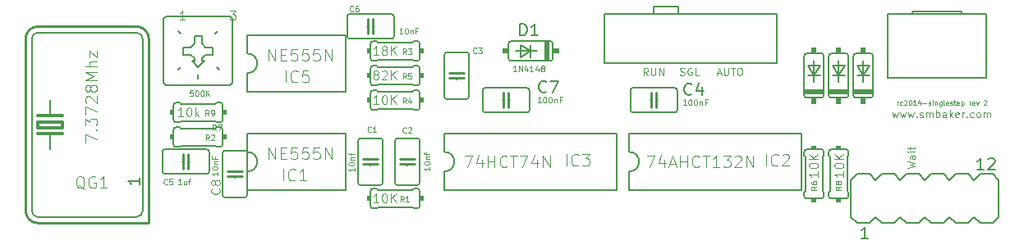
<source format=gbr>
G04 #@! TF.GenerationSoftware,KiCad,Pcbnew,5.1.6*
G04 #@! TF.CreationDate,2020-10-23T21:04:07+02:00*
G04 #@! TF.ProjectId,RC2014 - Single Stepper_ Revision 2,52433230-3134-4202-9d20-53696e676c65,rev?*
G04 #@! TF.SameCoordinates,Original*
G04 #@! TF.FileFunction,Legend,Top*
G04 #@! TF.FilePolarity,Positive*
%FSLAX46Y46*%
G04 Gerber Fmt 4.6, Leading zero omitted, Abs format (unit mm)*
G04 Created by KiCad (PCBNEW 5.1.6) date 2020-10-23 21:04:07*
%MOMM*%
%LPD*%
G01*
G04 APERTURE LIST*
%ADD10C,0.065024*%
%ADD11C,0.050000*%
%ADD12C,0.152400*%
%ADD13C,0.254000*%
%ADD14C,0.100000*%
%ADD15C,0.127000*%
%ADD16C,0.304800*%
%ADD17C,0.150000*%
%ADD18C,0.057912*%
%ADD19C,0.060000*%
%ADD20C,0.120650*%
%ADD21C,0.094107*%
%ADD22C,0.090000*%
%ADD23C,0.118872*%
G04 APERTURE END LIST*
D10*
X162668447Y-97976830D02*
X162411060Y-97609135D01*
X162227213Y-97976830D02*
X162227213Y-97204670D01*
X162521369Y-97204670D01*
X162594908Y-97241440D01*
X162631677Y-97278209D01*
X162668447Y-97351748D01*
X162668447Y-97462057D01*
X162631677Y-97535596D01*
X162594908Y-97572365D01*
X162521369Y-97609135D01*
X162227213Y-97609135D01*
X162999373Y-97204670D02*
X162999373Y-97829752D01*
X163036142Y-97903291D01*
X163072912Y-97940060D01*
X163146451Y-97976830D01*
X163293529Y-97976830D01*
X163367068Y-97940060D01*
X163403837Y-97903291D01*
X163440607Y-97829752D01*
X163440607Y-97204670D01*
X163808302Y-97976830D02*
X163808302Y-97204670D01*
X164249537Y-97976830D01*
X164249537Y-97204670D01*
X166000443Y-97940060D02*
X166110752Y-97976830D01*
X166294599Y-97976830D01*
X166368138Y-97940060D01*
X166404908Y-97903291D01*
X166441677Y-97829752D01*
X166441677Y-97756213D01*
X166404908Y-97682674D01*
X166368138Y-97645904D01*
X166294599Y-97609135D01*
X166147521Y-97572365D01*
X166073982Y-97535596D01*
X166037213Y-97498826D01*
X166000443Y-97425287D01*
X166000443Y-97351748D01*
X166037213Y-97278209D01*
X166073982Y-97241440D01*
X166147521Y-97204670D01*
X166331369Y-97204670D01*
X166441677Y-97241440D01*
X167177068Y-97241440D02*
X167103529Y-97204670D01*
X166993220Y-97204670D01*
X166882912Y-97241440D01*
X166809373Y-97314979D01*
X166772603Y-97388518D01*
X166735834Y-97535596D01*
X166735834Y-97645904D01*
X166772603Y-97792982D01*
X166809373Y-97866521D01*
X166882912Y-97940060D01*
X166993220Y-97976830D01*
X167066759Y-97976830D01*
X167177068Y-97940060D01*
X167213837Y-97903291D01*
X167213837Y-97645904D01*
X167066759Y-97645904D01*
X167912458Y-97976830D02*
X167544763Y-97976830D01*
X167544763Y-97204670D01*
X169810443Y-97756213D02*
X170178138Y-97756213D01*
X169736904Y-97976830D02*
X169994291Y-97204670D01*
X170251677Y-97976830D01*
X170509064Y-97204670D02*
X170509064Y-97829752D01*
X170545834Y-97903291D01*
X170582603Y-97940060D01*
X170656142Y-97976830D01*
X170803220Y-97976830D01*
X170876759Y-97940060D01*
X170913529Y-97903291D01*
X170950298Y-97829752D01*
X170950298Y-97204670D01*
X171207685Y-97204670D02*
X171648919Y-97204670D01*
X171428302Y-97976830D02*
X171428302Y-97204670D01*
X172053384Y-97204670D02*
X172200462Y-97204670D01*
X172274001Y-97241440D01*
X172347540Y-97314979D01*
X172384310Y-97462057D01*
X172384310Y-97719443D01*
X172347540Y-97866521D01*
X172274001Y-97940060D01*
X172200462Y-97976830D01*
X172053384Y-97976830D01*
X171979845Y-97940060D01*
X171906306Y-97866521D01*
X171869537Y-97719443D01*
X171869537Y-97462057D01*
X171906306Y-97314979D01*
X171979845Y-97241440D01*
X172053384Y-97204670D01*
X187858574Y-101810457D02*
X188005652Y-102325230D01*
X188152730Y-101957535D01*
X188299808Y-102325230D01*
X188446886Y-101810457D01*
X188667503Y-101810457D02*
X188814581Y-102325230D01*
X188961659Y-101957535D01*
X189108737Y-102325230D01*
X189255816Y-101810457D01*
X189476433Y-101810457D02*
X189623511Y-102325230D01*
X189770589Y-101957535D01*
X189917667Y-102325230D01*
X190064745Y-101810457D01*
X190358901Y-102251691D02*
X190395671Y-102288460D01*
X190358901Y-102325230D01*
X190322132Y-102288460D01*
X190358901Y-102251691D01*
X190358901Y-102325230D01*
X190689827Y-102288460D02*
X190763366Y-102325230D01*
X190910444Y-102325230D01*
X190983983Y-102288460D01*
X191020753Y-102214921D01*
X191020753Y-102178152D01*
X190983983Y-102104613D01*
X190910444Y-102067843D01*
X190800136Y-102067843D01*
X190726597Y-102031074D01*
X190689827Y-101957535D01*
X190689827Y-101920765D01*
X190726597Y-101847226D01*
X190800136Y-101810457D01*
X190910444Y-101810457D01*
X190983983Y-101847226D01*
X191351678Y-102325230D02*
X191351678Y-101810457D01*
X191351678Y-101883996D02*
X191388448Y-101847226D01*
X191461987Y-101810457D01*
X191572296Y-101810457D01*
X191645835Y-101847226D01*
X191682604Y-101920765D01*
X191682604Y-102325230D01*
X191682604Y-101920765D02*
X191719374Y-101847226D01*
X191792913Y-101810457D01*
X191903221Y-101810457D01*
X191976760Y-101847226D01*
X192013530Y-101920765D01*
X192013530Y-102325230D01*
X192381225Y-102325230D02*
X192381225Y-101553070D01*
X192381225Y-101847226D02*
X192454764Y-101810457D01*
X192601842Y-101810457D01*
X192675381Y-101847226D01*
X192712151Y-101883996D01*
X192748920Y-101957535D01*
X192748920Y-102178152D01*
X192712151Y-102251691D01*
X192675381Y-102288460D01*
X192601842Y-102325230D01*
X192454764Y-102325230D01*
X192381225Y-102288460D01*
X193410772Y-102325230D02*
X193410772Y-101920765D01*
X193374002Y-101847226D01*
X193300463Y-101810457D01*
X193153385Y-101810457D01*
X193079846Y-101847226D01*
X193410772Y-102288460D02*
X193337233Y-102325230D01*
X193153385Y-102325230D01*
X193079846Y-102288460D01*
X193043077Y-102214921D01*
X193043077Y-102141382D01*
X193079846Y-102067843D01*
X193153385Y-102031074D01*
X193337233Y-102031074D01*
X193410772Y-101994304D01*
X193778467Y-102325230D02*
X193778467Y-101553070D01*
X193852006Y-102031074D02*
X194072623Y-102325230D01*
X194072623Y-101810457D02*
X193778467Y-102104613D01*
X194697705Y-102288460D02*
X194624166Y-102325230D01*
X194477088Y-102325230D01*
X194403549Y-102288460D01*
X194366779Y-102214921D01*
X194366779Y-101920765D01*
X194403549Y-101847226D01*
X194477088Y-101810457D01*
X194624166Y-101810457D01*
X194697705Y-101847226D01*
X194734475Y-101920765D01*
X194734475Y-101994304D01*
X194366779Y-102067843D01*
X195065400Y-102325230D02*
X195065400Y-101810457D01*
X195065400Y-101957535D02*
X195102170Y-101883996D01*
X195138939Y-101847226D01*
X195212478Y-101810457D01*
X195286017Y-101810457D01*
X195543404Y-102251691D02*
X195580174Y-102288460D01*
X195543404Y-102325230D01*
X195506635Y-102288460D01*
X195543404Y-102251691D01*
X195543404Y-102325230D01*
X196242025Y-102288460D02*
X196168486Y-102325230D01*
X196021408Y-102325230D01*
X195947869Y-102288460D01*
X195911099Y-102251691D01*
X195874330Y-102178152D01*
X195874330Y-101957535D01*
X195911099Y-101883996D01*
X195947869Y-101847226D01*
X196021408Y-101810457D01*
X196168486Y-101810457D01*
X196242025Y-101847226D01*
X196683259Y-102325230D02*
X196609720Y-102288460D01*
X196572951Y-102251691D01*
X196536181Y-102178152D01*
X196536181Y-101957535D01*
X196572951Y-101883996D01*
X196609720Y-101847226D01*
X196683259Y-101810457D01*
X196793568Y-101810457D01*
X196867107Y-101847226D01*
X196903877Y-101883996D01*
X196940646Y-101957535D01*
X196940646Y-102178152D01*
X196903877Y-102251691D01*
X196867107Y-102288460D01*
X196793568Y-102325230D01*
X196683259Y-102325230D01*
X197271572Y-102325230D02*
X197271572Y-101810457D01*
X197271572Y-101883996D02*
X197308341Y-101847226D01*
X197381880Y-101810457D01*
X197492189Y-101810457D01*
X197565728Y-101847226D01*
X197602497Y-101920765D01*
X197602497Y-102325230D01*
X197602497Y-101920765D02*
X197639267Y-101847226D01*
X197712806Y-101810457D01*
X197823115Y-101810457D01*
X197896654Y-101847226D01*
X197933423Y-101920765D01*
X197933423Y-102325230D01*
D11*
X188365547Y-101068190D02*
X188365547Y-100734857D01*
X188365547Y-100830095D02*
X188389357Y-100782476D01*
X188413166Y-100758666D01*
X188460785Y-100734857D01*
X188508404Y-100734857D01*
X188889357Y-101044380D02*
X188841738Y-101068190D01*
X188746500Y-101068190D01*
X188698880Y-101044380D01*
X188675071Y-101020571D01*
X188651261Y-100972952D01*
X188651261Y-100830095D01*
X188675071Y-100782476D01*
X188698880Y-100758666D01*
X188746500Y-100734857D01*
X188841738Y-100734857D01*
X188889357Y-100758666D01*
X189079833Y-100615809D02*
X189103642Y-100592000D01*
X189151261Y-100568190D01*
X189270309Y-100568190D01*
X189317928Y-100592000D01*
X189341738Y-100615809D01*
X189365547Y-100663428D01*
X189365547Y-100711047D01*
X189341738Y-100782476D01*
X189056023Y-101068190D01*
X189365547Y-101068190D01*
X189675071Y-100568190D02*
X189722690Y-100568190D01*
X189770309Y-100592000D01*
X189794119Y-100615809D01*
X189817928Y-100663428D01*
X189841738Y-100758666D01*
X189841738Y-100877714D01*
X189817928Y-100972952D01*
X189794119Y-101020571D01*
X189770309Y-101044380D01*
X189722690Y-101068190D01*
X189675071Y-101068190D01*
X189627452Y-101044380D01*
X189603642Y-101020571D01*
X189579833Y-100972952D01*
X189556023Y-100877714D01*
X189556023Y-100758666D01*
X189579833Y-100663428D01*
X189603642Y-100615809D01*
X189627452Y-100592000D01*
X189675071Y-100568190D01*
X190317928Y-101068190D02*
X190032214Y-101068190D01*
X190175071Y-101068190D02*
X190175071Y-100568190D01*
X190127452Y-100639619D01*
X190079833Y-100687238D01*
X190032214Y-100711047D01*
X190746500Y-100734857D02*
X190746500Y-101068190D01*
X190627452Y-100544380D02*
X190508404Y-100901523D01*
X190817928Y-100901523D01*
X191008404Y-100877714D02*
X191389357Y-100877714D01*
X191603642Y-101044380D02*
X191651261Y-101068190D01*
X191746500Y-101068190D01*
X191794119Y-101044380D01*
X191817928Y-100996761D01*
X191817928Y-100972952D01*
X191794119Y-100925333D01*
X191746500Y-100901523D01*
X191675071Y-100901523D01*
X191627452Y-100877714D01*
X191603642Y-100830095D01*
X191603642Y-100806285D01*
X191627452Y-100758666D01*
X191675071Y-100734857D01*
X191746500Y-100734857D01*
X191794119Y-100758666D01*
X192032214Y-101068190D02*
X192032214Y-100734857D01*
X192032214Y-100568190D02*
X192008404Y-100592000D01*
X192032214Y-100615809D01*
X192056023Y-100592000D01*
X192032214Y-100568190D01*
X192032214Y-100615809D01*
X192270309Y-100734857D02*
X192270309Y-101068190D01*
X192270309Y-100782476D02*
X192294119Y-100758666D01*
X192341738Y-100734857D01*
X192413166Y-100734857D01*
X192460785Y-100758666D01*
X192484595Y-100806285D01*
X192484595Y-101068190D01*
X192936976Y-100734857D02*
X192936976Y-101139619D01*
X192913166Y-101187238D01*
X192889357Y-101211047D01*
X192841738Y-101234857D01*
X192770309Y-101234857D01*
X192722690Y-101211047D01*
X192936976Y-101044380D02*
X192889357Y-101068190D01*
X192794119Y-101068190D01*
X192746500Y-101044380D01*
X192722690Y-101020571D01*
X192698880Y-100972952D01*
X192698880Y-100830095D01*
X192722690Y-100782476D01*
X192746500Y-100758666D01*
X192794119Y-100734857D01*
X192889357Y-100734857D01*
X192936976Y-100758666D01*
X193246500Y-101068190D02*
X193198880Y-101044380D01*
X193175071Y-100996761D01*
X193175071Y-100568190D01*
X193627452Y-101044380D02*
X193579833Y-101068190D01*
X193484595Y-101068190D01*
X193436976Y-101044380D01*
X193413166Y-100996761D01*
X193413166Y-100806285D01*
X193436976Y-100758666D01*
X193484595Y-100734857D01*
X193579833Y-100734857D01*
X193627452Y-100758666D01*
X193651261Y-100806285D01*
X193651261Y-100853904D01*
X193413166Y-100901523D01*
X193841738Y-101044380D02*
X193889357Y-101068190D01*
X193984595Y-101068190D01*
X194032214Y-101044380D01*
X194056023Y-100996761D01*
X194056023Y-100972952D01*
X194032214Y-100925333D01*
X193984595Y-100901523D01*
X193913166Y-100901523D01*
X193865547Y-100877714D01*
X193841738Y-100830095D01*
X193841738Y-100806285D01*
X193865547Y-100758666D01*
X193913166Y-100734857D01*
X193984595Y-100734857D01*
X194032214Y-100758666D01*
X194198880Y-100734857D02*
X194389357Y-100734857D01*
X194270309Y-100568190D02*
X194270309Y-100996761D01*
X194294119Y-101044380D01*
X194341738Y-101068190D01*
X194389357Y-101068190D01*
X194746500Y-101044380D02*
X194698880Y-101068190D01*
X194603642Y-101068190D01*
X194556023Y-101044380D01*
X194532214Y-100996761D01*
X194532214Y-100806285D01*
X194556023Y-100758666D01*
X194603642Y-100734857D01*
X194698880Y-100734857D01*
X194746500Y-100758666D01*
X194770309Y-100806285D01*
X194770309Y-100853904D01*
X194532214Y-100901523D01*
X194984595Y-100734857D02*
X194984595Y-101234857D01*
X194984595Y-100758666D02*
X195032214Y-100734857D01*
X195127452Y-100734857D01*
X195175071Y-100758666D01*
X195198880Y-100782476D01*
X195222690Y-100830095D01*
X195222690Y-100972952D01*
X195198880Y-101020571D01*
X195175071Y-101044380D01*
X195127452Y-101068190D01*
X195032214Y-101068190D01*
X194984595Y-101044380D01*
X195817928Y-101068190D02*
X195817928Y-100734857D01*
X195817928Y-100830095D02*
X195841738Y-100782476D01*
X195865547Y-100758666D01*
X195913166Y-100734857D01*
X195960785Y-100734857D01*
X196317928Y-101044380D02*
X196270309Y-101068190D01*
X196175071Y-101068190D01*
X196127452Y-101044380D01*
X196103642Y-100996761D01*
X196103642Y-100806285D01*
X196127452Y-100758666D01*
X196175071Y-100734857D01*
X196270309Y-100734857D01*
X196317928Y-100758666D01*
X196341738Y-100806285D01*
X196341738Y-100853904D01*
X196103642Y-100901523D01*
X196508404Y-100734857D02*
X196627452Y-101068190D01*
X196746500Y-100734857D01*
X197294119Y-100615809D02*
X197317928Y-100592000D01*
X197365547Y-100568190D01*
X197484595Y-100568190D01*
X197532214Y-100592000D01*
X197556023Y-100615809D01*
X197579833Y-100663428D01*
X197579833Y-100711047D01*
X197556023Y-100782476D01*
X197270309Y-101068190D01*
X197579833Y-101068190D01*
D10*
X189437070Y-107543425D02*
X190209230Y-107359578D01*
X189657687Y-107212500D01*
X190209230Y-107065422D01*
X189437070Y-106881574D01*
X190209230Y-106256492D02*
X189804765Y-106256492D01*
X189731226Y-106293262D01*
X189694457Y-106366801D01*
X189694457Y-106513879D01*
X189731226Y-106587418D01*
X190172460Y-106256492D02*
X190209230Y-106330031D01*
X190209230Y-106513879D01*
X190172460Y-106587418D01*
X190098921Y-106624187D01*
X190025382Y-106624187D01*
X189951843Y-106587418D01*
X189915074Y-106513879D01*
X189915074Y-106330031D01*
X189878304Y-106256492D01*
X190209230Y-105888797D02*
X189694457Y-105888797D01*
X189437070Y-105888797D02*
X189473840Y-105925566D01*
X189510609Y-105888797D01*
X189473840Y-105852027D01*
X189437070Y-105888797D01*
X189510609Y-105888797D01*
X189694457Y-105631410D02*
X189694457Y-105337254D01*
X189437070Y-105521102D02*
X190098921Y-105521102D01*
X190172460Y-105484332D01*
X190209230Y-105410793D01*
X190209230Y-105337254D01*
D12*
X134061100Y-106649600D02*
X134061100Y-106522600D01*
D13*
X134061100Y-106649600D02*
X133299100Y-106649600D01*
X134823100Y-106649600D02*
X134061100Y-106649600D01*
X134061100Y-107157600D02*
X133299100Y-107157600D01*
X134061100Y-107157600D02*
X134823100Y-107157600D01*
D12*
X134061100Y-107284600D02*
X134061100Y-107157600D01*
X135077100Y-104490600D02*
X133045100Y-104490600D01*
X135077100Y-109316600D02*
X133045100Y-109316600D01*
X132791100Y-109062600D02*
X132791100Y-104744600D01*
X135331100Y-104744600D02*
X135331100Y-109062600D01*
X132791100Y-104744600D02*
G75*
G02*
X133045100Y-104490600I254000J0D01*
G01*
X133045100Y-109316600D02*
G75*
G02*
X132791100Y-109062600I0J254000D01*
G01*
X135331100Y-104744600D02*
G75*
G03*
X135077100Y-104490600I-254000J0D01*
G01*
X135077100Y-109316600D02*
G75*
G03*
X135331100Y-109062600I0J254000D01*
G01*
X137871100Y-107157600D02*
X137871100Y-107284600D01*
D13*
X137871100Y-107157600D02*
X138633100Y-107157600D01*
X137109100Y-107157600D02*
X137871100Y-107157600D01*
X137871100Y-106649600D02*
X138633100Y-106649600D01*
X137871100Y-106649600D02*
X137109100Y-106649600D01*
D12*
X137871100Y-106522600D02*
X137871100Y-106649600D01*
X136855100Y-109316600D02*
X138887100Y-109316600D01*
X136855100Y-104490600D02*
X138887100Y-104490600D01*
X139141100Y-104744600D02*
X139141100Y-109062600D01*
X136601100Y-109062600D02*
X136601100Y-104744600D01*
X139141100Y-109062600D02*
G75*
G02*
X138887100Y-109316600I-254000J0D01*
G01*
X138887100Y-104490600D02*
G75*
G02*
X139141100Y-104744600I0J-254000D01*
G01*
X136601100Y-109062600D02*
G75*
G03*
X136855100Y-109316600I254000J0D01*
G01*
X136855100Y-104490600D02*
G75*
G03*
X136601100Y-104744600I0J-254000D01*
G01*
X142951100Y-97759600D02*
X142951100Y-97632600D01*
D13*
X142951100Y-97759600D02*
X142189100Y-97759600D01*
X143713100Y-97759600D02*
X142951100Y-97759600D01*
X142951100Y-98267600D02*
X142189100Y-98267600D01*
X142951100Y-98267600D02*
X143713100Y-98267600D01*
D12*
X142951100Y-98394600D02*
X142951100Y-98267600D01*
X143967100Y-95600600D02*
X141935100Y-95600600D01*
X143967100Y-100426600D02*
X141935100Y-100426600D01*
X141681100Y-100172600D02*
X141681100Y-95854600D01*
X144221100Y-95854600D02*
X144221100Y-100172600D01*
X141681100Y-95854600D02*
G75*
G02*
X141935100Y-95600600I254000J0D01*
G01*
X141935100Y-100426600D02*
G75*
G02*
X141681100Y-100172600I0J254000D01*
G01*
X144221100Y-95854600D02*
G75*
G03*
X143967100Y-95600600I-254000J0D01*
G01*
X143967100Y-100426600D02*
G75*
G03*
X144221100Y-100172600I0J254000D01*
G01*
X114757100Y-106903600D02*
X114630100Y-106903600D01*
D13*
X114757100Y-106903600D02*
X114757100Y-107665600D01*
X114757100Y-106141600D02*
X114757100Y-106903600D01*
X115265100Y-106903600D02*
X115265100Y-107665600D01*
X115265100Y-106903600D02*
X115265100Y-106141600D01*
D12*
X115392100Y-106903600D02*
X115265100Y-106903600D01*
X112598100Y-105887600D02*
X112598100Y-107919600D01*
X117424100Y-105887600D02*
X117424100Y-107919600D01*
X117170100Y-108173600D02*
X112852100Y-108173600D01*
X112852100Y-105633600D02*
X117170100Y-105633600D01*
X112852100Y-108173600D02*
G75*
G02*
X112598100Y-107919600I0J254000D01*
G01*
X117424100Y-107919600D02*
G75*
G02*
X117170100Y-108173600I-254000J0D01*
G01*
X112852100Y-105633600D02*
G75*
G03*
X112598100Y-105887600I0J-254000D01*
G01*
X117424100Y-105887600D02*
G75*
G03*
X117170100Y-105633600I-254000J0D01*
G01*
X133807100Y-92933600D02*
X133680100Y-92933600D01*
D13*
X133807100Y-92933600D02*
X133807100Y-93695600D01*
X133807100Y-92171600D02*
X133807100Y-92933600D01*
X134315100Y-92933600D02*
X134315100Y-93695600D01*
X134315100Y-92933600D02*
X134315100Y-92171600D01*
D12*
X134442100Y-92933600D02*
X134315100Y-92933600D01*
X131648100Y-91917600D02*
X131648100Y-93949600D01*
X136474100Y-91917600D02*
X136474100Y-93949600D01*
X136220100Y-94203600D02*
X131902100Y-94203600D01*
X131902100Y-91663600D02*
X136220100Y-91663600D01*
X131902100Y-94203600D02*
G75*
G02*
X131648100Y-93949600I0J254000D01*
G01*
X136474100Y-93949600D02*
G75*
G02*
X136220100Y-94203600I-254000J0D01*
G01*
X131902100Y-91663600D02*
G75*
G03*
X131648100Y-91917600I0J-254000D01*
G01*
X136474100Y-91917600D02*
G75*
G03*
X136220100Y-91663600I-254000J0D01*
G01*
D14*
G36*
X153492100Y-95219600D02*
G01*
X152857100Y-95219600D01*
X152857100Y-95727600D01*
X153492100Y-95727600D01*
X153492100Y-95219600D01*
G37*
G36*
X148285100Y-95219600D02*
G01*
X147650100Y-95219600D01*
X147650100Y-95727600D01*
X148285100Y-95727600D01*
X148285100Y-95219600D01*
G37*
G36*
X152476100Y-94457600D02*
G01*
X151968100Y-94457600D01*
X151968100Y-96489600D01*
X152476100Y-96489600D01*
X152476100Y-94457600D01*
G37*
D12*
X152603100Y-96489600D02*
X148539100Y-96489600D01*
X152857100Y-96235600D02*
X152857100Y-94711600D01*
X152603100Y-94457600D02*
X148539100Y-94457600D01*
X148285100Y-96235600D02*
X148285100Y-94711600D01*
X150571100Y-95473600D02*
X150571100Y-94838600D01*
X150571100Y-96108600D02*
X150571100Y-95473600D01*
X150571100Y-95473600D02*
X149555100Y-96108600D01*
X150571100Y-95473600D02*
X149047100Y-95473600D01*
X149555100Y-94838600D02*
X150571100Y-95473600D01*
X149555100Y-96108600D02*
X149555100Y-94838600D01*
X151206100Y-95473600D02*
X150571100Y-95473600D01*
X152603100Y-94457600D02*
G75*
G02*
X152857100Y-94711600I0J-254000D01*
G01*
X152603100Y-96489600D02*
G75*
G03*
X152857100Y-96235600I0J254000D01*
G01*
X148285100Y-94711600D02*
G75*
G02*
X148539100Y-94457600I254000J0D01*
G01*
X148285100Y-96235600D02*
G75*
G03*
X148539100Y-96489600I254000J0D01*
G01*
X121361100Y-109824600D02*
X121361100Y-107919600D01*
X121361100Y-103982600D02*
X121361100Y-105887600D01*
X131521100Y-103982600D02*
X131521100Y-109824600D01*
X121361100Y-109824600D02*
X131521100Y-109824600D01*
X131521100Y-103982600D02*
X121361100Y-103982600D01*
X121361100Y-107919600D02*
G75*
G03*
X121361100Y-105887600I0J1016000D01*
G01*
X160731100Y-109824600D02*
X160731100Y-107919600D01*
X160731100Y-103982600D02*
X160731100Y-105887600D01*
X178511100Y-103982600D02*
X178511100Y-109824600D01*
X160731100Y-109824600D02*
X178511100Y-109824600D01*
X178511100Y-103982600D02*
X160731100Y-103982600D01*
X160731100Y-107919600D02*
G75*
G03*
X160731100Y-105887600I0J1016000D01*
G01*
X141681100Y-109824600D02*
X141681100Y-107919600D01*
X141681100Y-103982600D02*
X141681100Y-105887600D01*
X159461100Y-103982600D02*
X159461100Y-109824600D01*
X141681100Y-109824600D02*
X159461100Y-109824600D01*
X159461100Y-103982600D02*
X141681100Y-103982600D01*
X141681100Y-107919600D02*
G75*
G03*
X141681100Y-105887600I0J1016000D01*
G01*
X121361100Y-99664600D02*
X121361100Y-97759600D01*
X121361100Y-93822600D02*
X121361100Y-95727600D01*
X131521100Y-93822600D02*
X131521100Y-99664600D01*
X121361100Y-99664600D02*
X131521100Y-99664600D01*
X131521100Y-93822600D02*
X121361100Y-93822600D01*
X121361100Y-97759600D02*
G75*
G03*
X121361100Y-95727600I0J1016000D01*
G01*
D14*
G36*
X139522100Y-110459600D02*
G01*
X139141100Y-110459600D01*
X139141100Y-110967600D01*
X139522100Y-110967600D01*
X139522100Y-110459600D01*
G37*
G36*
X134061100Y-110459600D02*
G01*
X133680100Y-110459600D01*
X133680100Y-110967600D01*
X134061100Y-110967600D01*
X134061100Y-110459600D01*
G37*
D12*
X134061100Y-109951600D02*
X134061100Y-111475600D01*
X134315100Y-109697600D02*
X134696100Y-109697600D01*
X134315100Y-111729600D02*
X134696100Y-111729600D01*
X134823100Y-109824600D02*
X138379100Y-109824600D01*
X134823100Y-109824600D02*
X134696100Y-109697600D01*
X134823100Y-111602600D02*
X138379100Y-111602600D01*
X134823100Y-111602600D02*
X134696100Y-111729600D01*
X138379100Y-109824600D02*
X138506100Y-109697600D01*
X138887100Y-109697600D02*
X138506100Y-109697600D01*
X138379100Y-111602600D02*
X138506100Y-111729600D01*
X138887100Y-111729600D02*
X138506100Y-111729600D01*
X139141100Y-109951600D02*
X139141100Y-111475600D01*
X134061100Y-111475600D02*
G75*
G03*
X134315100Y-111729600I254000J0D01*
G01*
X134061100Y-109951600D02*
G75*
G02*
X134315100Y-109697600I254000J0D01*
G01*
X138887100Y-109697600D02*
G75*
G02*
X139141100Y-109951600I0J-254000D01*
G01*
X138887100Y-111729600D02*
G75*
G03*
X139141100Y-111475600I0J254000D01*
G01*
D14*
G36*
X119202100Y-104109600D02*
G01*
X118821100Y-104109600D01*
X118821100Y-104617600D01*
X119202100Y-104617600D01*
X119202100Y-104109600D01*
G37*
G36*
X113741100Y-104109600D02*
G01*
X113360100Y-104109600D01*
X113360100Y-104617600D01*
X113741100Y-104617600D01*
X113741100Y-104109600D01*
G37*
D12*
X113741100Y-103601600D02*
X113741100Y-105125600D01*
X113995100Y-103347600D02*
X114376100Y-103347600D01*
X113995100Y-105379600D02*
X114376100Y-105379600D01*
X114503100Y-103474600D02*
X118059100Y-103474600D01*
X114503100Y-103474600D02*
X114376100Y-103347600D01*
X114503100Y-105252600D02*
X118059100Y-105252600D01*
X114503100Y-105252600D02*
X114376100Y-105379600D01*
X118059100Y-103474600D02*
X118186100Y-103347600D01*
X118567100Y-103347600D02*
X118186100Y-103347600D01*
X118059100Y-105252600D02*
X118186100Y-105379600D01*
X118567100Y-105379600D02*
X118186100Y-105379600D01*
X118821100Y-103601600D02*
X118821100Y-105125600D01*
X113741100Y-105125600D02*
G75*
G03*
X113995100Y-105379600I254000J0D01*
G01*
X113741100Y-103601600D02*
G75*
G02*
X113995100Y-103347600I254000J0D01*
G01*
X118567100Y-103347600D02*
G75*
G02*
X118821100Y-103601600I0J-254000D01*
G01*
X118567100Y-105379600D02*
G75*
G03*
X118821100Y-105125600I0J254000D01*
G01*
D14*
G36*
X139522100Y-95219600D02*
G01*
X139141100Y-95219600D01*
X139141100Y-95727600D01*
X139522100Y-95727600D01*
X139522100Y-95219600D01*
G37*
G36*
X134061100Y-95219600D02*
G01*
X133680100Y-95219600D01*
X133680100Y-95727600D01*
X134061100Y-95727600D01*
X134061100Y-95219600D01*
G37*
D12*
X134061100Y-94711600D02*
X134061100Y-96235600D01*
X134315100Y-94457600D02*
X134696100Y-94457600D01*
X134315100Y-96489600D02*
X134696100Y-96489600D01*
X134823100Y-94584600D02*
X138379100Y-94584600D01*
X134823100Y-94584600D02*
X134696100Y-94457600D01*
X134823100Y-96362600D02*
X138379100Y-96362600D01*
X134823100Y-96362600D02*
X134696100Y-96489600D01*
X138379100Y-94584600D02*
X138506100Y-94457600D01*
X138887100Y-94457600D02*
X138506100Y-94457600D01*
X138379100Y-96362600D02*
X138506100Y-96489600D01*
X138887100Y-96489600D02*
X138506100Y-96489600D01*
X139141100Y-94711600D02*
X139141100Y-96235600D01*
X134061100Y-96235600D02*
G75*
G03*
X134315100Y-96489600I254000J0D01*
G01*
X134061100Y-94711600D02*
G75*
G02*
X134315100Y-94457600I254000J0D01*
G01*
X138887100Y-94457600D02*
G75*
G02*
X139141100Y-94711600I0J-254000D01*
G01*
X138887100Y-96489600D02*
G75*
G03*
X139141100Y-96235600I0J254000D01*
G01*
D14*
G36*
X139522100Y-100299600D02*
G01*
X139141100Y-100299600D01*
X139141100Y-100807600D01*
X139522100Y-100807600D01*
X139522100Y-100299600D01*
G37*
G36*
X134061100Y-100299600D02*
G01*
X133680100Y-100299600D01*
X133680100Y-100807600D01*
X134061100Y-100807600D01*
X134061100Y-100299600D01*
G37*
D12*
X134061100Y-99791600D02*
X134061100Y-101315600D01*
X134315100Y-99537600D02*
X134696100Y-99537600D01*
X134315100Y-101569600D02*
X134696100Y-101569600D01*
X134823100Y-99664600D02*
X138379100Y-99664600D01*
X134823100Y-99664600D02*
X134696100Y-99537600D01*
X134823100Y-101442600D02*
X138379100Y-101442600D01*
X134823100Y-101442600D02*
X134696100Y-101569600D01*
X138379100Y-99664600D02*
X138506100Y-99537600D01*
X138887100Y-99537600D02*
X138506100Y-99537600D01*
X138379100Y-101442600D02*
X138506100Y-101569600D01*
X138887100Y-101569600D02*
X138506100Y-101569600D01*
X139141100Y-99791600D02*
X139141100Y-101315600D01*
X134061100Y-101315600D02*
G75*
G03*
X134315100Y-101569600I254000J0D01*
G01*
X134061100Y-99791600D02*
G75*
G02*
X134315100Y-99537600I254000J0D01*
G01*
X138887100Y-99537600D02*
G75*
G02*
X139141100Y-99791600I0J-254000D01*
G01*
X138887100Y-101569600D02*
G75*
G03*
X139141100Y-101315600I0J254000D01*
G01*
D14*
G36*
X139522100Y-97759600D02*
G01*
X139141100Y-97759600D01*
X139141100Y-98267600D01*
X139522100Y-98267600D01*
X139522100Y-97759600D01*
G37*
G36*
X134061100Y-97759600D02*
G01*
X133680100Y-97759600D01*
X133680100Y-98267600D01*
X134061100Y-98267600D01*
X134061100Y-97759600D01*
G37*
D12*
X134061100Y-97251600D02*
X134061100Y-98775600D01*
X134315100Y-96997600D02*
X134696100Y-96997600D01*
X134315100Y-99029600D02*
X134696100Y-99029600D01*
X134823100Y-97124600D02*
X138379100Y-97124600D01*
X134823100Y-97124600D02*
X134696100Y-96997600D01*
X134823100Y-98902600D02*
X138379100Y-98902600D01*
X134823100Y-98902600D02*
X134696100Y-99029600D01*
X138379100Y-97124600D02*
X138506100Y-96997600D01*
X138887100Y-96997600D02*
X138506100Y-96997600D01*
X138379100Y-98902600D02*
X138506100Y-99029600D01*
X138887100Y-99029600D02*
X138506100Y-99029600D01*
X139141100Y-97251600D02*
X139141100Y-98775600D01*
X134061100Y-98775600D02*
G75*
G03*
X134315100Y-99029600I254000J0D01*
G01*
X134061100Y-97251600D02*
G75*
G02*
X134315100Y-96997600I254000J0D01*
G01*
X138887100Y-96997600D02*
G75*
G02*
X139141100Y-97251600I0J-254000D01*
G01*
X138887100Y-99029600D02*
G75*
G03*
X139141100Y-98775600I0J254000D01*
G01*
D14*
G36*
X119202100Y-101569600D02*
G01*
X118821100Y-101569600D01*
X118821100Y-102077600D01*
X119202100Y-102077600D01*
X119202100Y-101569600D01*
G37*
G36*
X113741100Y-101569600D02*
G01*
X113360100Y-101569600D01*
X113360100Y-102077600D01*
X113741100Y-102077600D01*
X113741100Y-101569600D01*
G37*
D12*
X113741100Y-101061600D02*
X113741100Y-102585600D01*
X113995100Y-100807600D02*
X114376100Y-100807600D01*
X113995100Y-102839600D02*
X114376100Y-102839600D01*
X114503100Y-100934600D02*
X118059100Y-100934600D01*
X114503100Y-100934600D02*
X114376100Y-100807600D01*
X114503100Y-102712600D02*
X118059100Y-102712600D01*
X114503100Y-102712600D02*
X114376100Y-102839600D01*
X118059100Y-100934600D02*
X118186100Y-100807600D01*
X118567100Y-100807600D02*
X118186100Y-100807600D01*
X118059100Y-102712600D02*
X118186100Y-102839600D01*
X118567100Y-102839600D02*
X118186100Y-102839600D01*
X118821100Y-101061600D02*
X118821100Y-102585600D01*
X113741100Y-102585600D02*
G75*
G03*
X113995100Y-102839600I254000J0D01*
G01*
X113741100Y-101061600D02*
G75*
G02*
X113995100Y-100807600I254000J0D01*
G01*
X118567100Y-100807600D02*
G75*
G02*
X118821100Y-101061600I0J-254000D01*
G01*
X118567100Y-102839600D02*
G75*
G03*
X118821100Y-102585600I0J254000D01*
G01*
X196926100Y-113253600D02*
X196291100Y-112618600D01*
X198196100Y-113253600D02*
X196926100Y-113253600D01*
X198831100Y-112618600D02*
X198196100Y-113253600D01*
X193116100Y-113253600D02*
X191846100Y-113253600D01*
X191211100Y-112618600D02*
X191846100Y-113253600D01*
X194386100Y-113253600D02*
X193751100Y-112618600D01*
X195656100Y-113253600D02*
X194386100Y-113253600D01*
X196291100Y-112618600D02*
X195656100Y-113253600D01*
X193751100Y-112618600D02*
X193116100Y-113253600D01*
X189306100Y-113253600D02*
X188671100Y-112618600D01*
X190576100Y-113253600D02*
X189306100Y-113253600D01*
X191211100Y-112618600D02*
X190576100Y-113253600D01*
X185496100Y-113253600D02*
X184226100Y-113253600D01*
X183591100Y-112618600D02*
X184226100Y-113253600D01*
X183591100Y-108808600D02*
X183591100Y-112618600D01*
X186766100Y-113253600D02*
X186131100Y-112618600D01*
X188036100Y-113253600D02*
X186766100Y-113253600D01*
X188671100Y-112618600D02*
X188036100Y-113253600D01*
X186131100Y-112618600D02*
X185496100Y-113253600D01*
X198831100Y-108808600D02*
X198831100Y-112618600D01*
X198196100Y-108173600D02*
X198831100Y-108808600D01*
X196926100Y-108173600D02*
X198196100Y-108173600D01*
X196291100Y-108808600D02*
X196926100Y-108173600D01*
X191846100Y-108173600D02*
X191211100Y-108808600D01*
X195656100Y-108173600D02*
X196291100Y-108808600D01*
X194386100Y-108173600D02*
X195656100Y-108173600D01*
X193751100Y-108808600D02*
X194386100Y-108173600D01*
X193116100Y-108173600D02*
X193751100Y-108808600D01*
X191846100Y-108173600D02*
X193116100Y-108173600D01*
X190576100Y-108173600D02*
X191211100Y-108808600D01*
X189306100Y-108173600D02*
X190576100Y-108173600D01*
X188671100Y-108808600D02*
X189306100Y-108173600D01*
X184226100Y-108173600D02*
X183591100Y-108808600D01*
X188036100Y-108173600D02*
X188671100Y-108808600D01*
X186766100Y-108173600D02*
X188036100Y-108173600D01*
X186131100Y-108808600D02*
X186766100Y-108173600D01*
X185496100Y-108173600D02*
X186131100Y-108808600D01*
X184226100Y-108173600D02*
X185496100Y-108173600D01*
D15*
X163271100Y-90901600D02*
X163271100Y-91663600D01*
X165811100Y-90901600D02*
X163271100Y-90901600D01*
X165811100Y-91663600D02*
X165811100Y-90901600D01*
X175971100Y-96743600D02*
X175971100Y-91663600D01*
X158191100Y-96743600D02*
X175971100Y-96743600D01*
X158191100Y-91663600D02*
X158191100Y-96743600D01*
X163271100Y-91663600D02*
X158191100Y-91663600D01*
X165811100Y-91663600D02*
X163271100Y-91663600D01*
X175971100Y-91663600D02*
X165811100Y-91663600D01*
X189941100Y-91409600D02*
X189941100Y-91638200D01*
X195021100Y-91409600D02*
X189941100Y-91409600D01*
X195021100Y-91638200D02*
X195021100Y-91409600D01*
X195021100Y-91638200D02*
X197561100Y-91638200D01*
X189941100Y-91638200D02*
X195021100Y-91638200D01*
X187401100Y-91638200D02*
X189941100Y-91638200D01*
X187401100Y-98242200D02*
X187401100Y-91638200D01*
X197561100Y-98242200D02*
X187401100Y-98242200D01*
X197561100Y-91638200D02*
X197561100Y-98242200D01*
D14*
G36*
X180035100Y-100934600D02*
G01*
X180035100Y-100299600D01*
X179527100Y-100299600D01*
X179527100Y-100934600D01*
X180035100Y-100934600D01*
G37*
G36*
X180035100Y-95727600D02*
G01*
X180035100Y-95092600D01*
X179527100Y-95092600D01*
X179527100Y-95727600D01*
X180035100Y-95727600D01*
G37*
G36*
X180797100Y-99918600D02*
G01*
X180797100Y-99410600D01*
X178765100Y-99410600D01*
X178765100Y-99918600D01*
X180797100Y-99918600D01*
G37*
D12*
X178765100Y-100045600D02*
X178765100Y-95981600D01*
X179019100Y-100299600D02*
X180543100Y-100299600D01*
X180797100Y-100045600D02*
X180797100Y-95981600D01*
X179019100Y-95727600D02*
X180543100Y-95727600D01*
X179781100Y-98013600D02*
X180416100Y-98013600D01*
X179146100Y-98013600D02*
X179781100Y-98013600D01*
X179781100Y-98013600D02*
X179146100Y-96997600D01*
X179781100Y-98013600D02*
X179781100Y-96489600D01*
X180416100Y-96997600D02*
X179781100Y-98013600D01*
X179146100Y-96997600D02*
X180416100Y-96997600D01*
X179781100Y-98648600D02*
X179781100Y-98013600D01*
X180797100Y-100045600D02*
G75*
G02*
X180543100Y-100299600I-254000J0D01*
G01*
X178765100Y-100045600D02*
G75*
G03*
X179019100Y-100299600I254000J0D01*
G01*
X180543100Y-95727600D02*
G75*
G02*
X180797100Y-95981600I0J-254000D01*
G01*
X179019100Y-95727600D02*
G75*
G03*
X178765100Y-95981600I0J-254000D01*
G01*
D14*
G36*
X182575100Y-100934600D02*
G01*
X182575100Y-100299600D01*
X182067100Y-100299600D01*
X182067100Y-100934600D01*
X182575100Y-100934600D01*
G37*
G36*
X182575100Y-95727600D02*
G01*
X182575100Y-95092600D01*
X182067100Y-95092600D01*
X182067100Y-95727600D01*
X182575100Y-95727600D01*
G37*
G36*
X183337100Y-99918600D02*
G01*
X183337100Y-99410600D01*
X181305100Y-99410600D01*
X181305100Y-99918600D01*
X183337100Y-99918600D01*
G37*
D12*
X181305100Y-100045600D02*
X181305100Y-95981600D01*
X181559100Y-100299600D02*
X183083100Y-100299600D01*
X183337100Y-100045600D02*
X183337100Y-95981600D01*
X181559100Y-95727600D02*
X183083100Y-95727600D01*
X182321100Y-98013600D02*
X182956100Y-98013600D01*
X181686100Y-98013600D02*
X182321100Y-98013600D01*
X182321100Y-98013600D02*
X181686100Y-96997600D01*
X182321100Y-98013600D02*
X182321100Y-96489600D01*
X182956100Y-96997600D02*
X182321100Y-98013600D01*
X181686100Y-96997600D02*
X182956100Y-96997600D01*
X182321100Y-98648600D02*
X182321100Y-98013600D01*
X183337100Y-100045600D02*
G75*
G02*
X183083100Y-100299600I-254000J0D01*
G01*
X181305100Y-100045600D02*
G75*
G03*
X181559100Y-100299600I254000J0D01*
G01*
X183083100Y-95727600D02*
G75*
G02*
X183337100Y-95981600I0J-254000D01*
G01*
X181559100Y-95727600D02*
G75*
G03*
X181305100Y-95981600I0J-254000D01*
G01*
D14*
G36*
X185115100Y-100934600D02*
G01*
X185115100Y-100299600D01*
X184607100Y-100299600D01*
X184607100Y-100934600D01*
X185115100Y-100934600D01*
G37*
G36*
X185115100Y-95727600D02*
G01*
X185115100Y-95092600D01*
X184607100Y-95092600D01*
X184607100Y-95727600D01*
X185115100Y-95727600D01*
G37*
G36*
X185877100Y-99918600D02*
G01*
X185877100Y-99410600D01*
X183845100Y-99410600D01*
X183845100Y-99918600D01*
X185877100Y-99918600D01*
G37*
D12*
X183845100Y-100045600D02*
X183845100Y-95981600D01*
X184099100Y-100299600D02*
X185623100Y-100299600D01*
X185877100Y-100045600D02*
X185877100Y-95981600D01*
X184099100Y-95727600D02*
X185623100Y-95727600D01*
X184861100Y-98013600D02*
X185496100Y-98013600D01*
X184226100Y-98013600D02*
X184861100Y-98013600D01*
X184861100Y-98013600D02*
X184226100Y-96997600D01*
X184861100Y-98013600D02*
X184861100Y-96489600D01*
X185496100Y-96997600D02*
X184861100Y-98013600D01*
X184226100Y-96997600D02*
X185496100Y-96997600D01*
X184861100Y-98648600D02*
X184861100Y-98013600D01*
X185877100Y-100045600D02*
G75*
G02*
X185623100Y-100299600I-254000J0D01*
G01*
X183845100Y-100045600D02*
G75*
G03*
X184099100Y-100299600I254000J0D01*
G01*
X185623100Y-95727600D02*
G75*
G02*
X185877100Y-95981600I0J-254000D01*
G01*
X184099100Y-95727600D02*
G75*
G03*
X183845100Y-95981600I0J-254000D01*
G01*
D14*
G36*
X180035100Y-111094600D02*
G01*
X180035100Y-110713600D01*
X179527100Y-110713600D01*
X179527100Y-111094600D01*
X180035100Y-111094600D01*
G37*
G36*
X180035100Y-105633600D02*
G01*
X180035100Y-105252600D01*
X179527100Y-105252600D01*
X179527100Y-105633600D01*
X180035100Y-105633600D01*
G37*
D12*
X180543100Y-105633600D02*
X179019100Y-105633600D01*
X180797100Y-105887600D02*
X180797100Y-106268600D01*
X178765100Y-105887600D02*
X178765100Y-106268600D01*
X180670100Y-106395600D02*
X180670100Y-109951600D01*
X180670100Y-106395600D02*
X180797100Y-106268600D01*
X178892100Y-106395600D02*
X178892100Y-109951600D01*
X178892100Y-106395600D02*
X178765100Y-106268600D01*
X180670100Y-109951600D02*
X180797100Y-110078600D01*
X180797100Y-110459600D02*
X180797100Y-110078600D01*
X178892100Y-109951600D02*
X178765100Y-110078600D01*
X178765100Y-110459600D02*
X178765100Y-110078600D01*
X180543100Y-110713600D02*
X179019100Y-110713600D01*
X179019100Y-105633600D02*
G75*
G03*
X178765100Y-105887600I0J-254000D01*
G01*
X180543100Y-105633600D02*
G75*
G02*
X180797100Y-105887600I0J-254000D01*
G01*
X180797100Y-110459600D02*
G75*
G02*
X180543100Y-110713600I-254000J0D01*
G01*
X178765100Y-110459600D02*
G75*
G03*
X179019100Y-110713600I254000J0D01*
G01*
D14*
G36*
X182575100Y-111094600D02*
G01*
X182575100Y-110713600D01*
X182067100Y-110713600D01*
X182067100Y-111094600D01*
X182575100Y-111094600D01*
G37*
G36*
X182575100Y-105633600D02*
G01*
X182575100Y-105252600D01*
X182067100Y-105252600D01*
X182067100Y-105633600D01*
X182575100Y-105633600D01*
G37*
D12*
X183083100Y-105633600D02*
X181559100Y-105633600D01*
X183337100Y-105887600D02*
X183337100Y-106268600D01*
X181305100Y-105887600D02*
X181305100Y-106268600D01*
X183210100Y-106395600D02*
X183210100Y-109951600D01*
X183210100Y-106395600D02*
X183337100Y-106268600D01*
X181432100Y-106395600D02*
X181432100Y-109951600D01*
X181432100Y-106395600D02*
X181305100Y-106268600D01*
X183210100Y-109951600D02*
X183337100Y-110078600D01*
X183337100Y-110459600D02*
X183337100Y-110078600D01*
X181432100Y-109951600D02*
X181305100Y-110078600D01*
X181305100Y-110459600D02*
X181305100Y-110078600D01*
X183083100Y-110713600D02*
X181559100Y-110713600D01*
X181559100Y-105633600D02*
G75*
G03*
X181305100Y-105887600I0J-254000D01*
G01*
X183083100Y-105633600D02*
G75*
G02*
X183337100Y-105887600I0J-254000D01*
G01*
X183337100Y-110459600D02*
G75*
G02*
X183083100Y-110713600I-254000J0D01*
G01*
X181305100Y-110459600D02*
G75*
G03*
X181559100Y-110713600I254000J0D01*
G01*
D16*
X101041100Y-104033400D02*
X102311100Y-104033400D01*
D12*
X101041100Y-104033400D02*
X101041100Y-105633600D01*
D16*
X101041100Y-102153800D02*
X102311100Y-102153800D01*
D12*
X101041100Y-102153800D02*
X101041100Y-100553600D01*
D16*
X99771100Y-104033400D02*
X101041100Y-104033400D01*
X99771100Y-102153800D02*
X101041100Y-102153800D01*
X99771100Y-102788800D02*
X99771100Y-103423800D01*
X102311100Y-102788800D02*
X99771100Y-102788800D01*
X102311100Y-103423800D02*
X102311100Y-102788800D01*
X99771100Y-103423800D02*
X102311100Y-103423800D01*
D12*
X99771100Y-112618600D02*
X109931100Y-112618600D01*
X99136100Y-94203600D02*
X99136100Y-111983600D01*
X109931100Y-93568600D02*
X99771100Y-93568600D01*
X110566100Y-111983600D02*
X110566100Y-94203600D01*
D13*
X111201100Y-113253600D02*
X99771100Y-113253600D01*
X98501100Y-94203600D02*
X98501100Y-111983600D01*
X109931100Y-92933600D02*
X99771100Y-92933600D01*
X111201100Y-113253600D02*
X111201100Y-94203600D01*
D12*
X110566100Y-111983600D02*
G75*
G02*
X109931100Y-112618600I-635000J0D01*
G01*
D13*
X98501100Y-111983600D02*
G75*
G03*
X99771100Y-113253600I1270000J0D01*
G01*
D12*
X99136100Y-111983600D02*
G75*
G03*
X99771100Y-112618600I635000J0D01*
G01*
D13*
X99771100Y-92933600D02*
G75*
G03*
X98501100Y-94203600I0J-1270000D01*
G01*
D12*
X99771100Y-93568600D02*
G75*
G03*
X99136100Y-94203600I0J-635000D01*
G01*
X109931100Y-93568600D02*
G75*
G02*
X110566100Y-94203600I0J-635000D01*
G01*
D13*
X109931100Y-92933600D02*
G75*
G02*
X111201100Y-94203600I0J-1270000D01*
G01*
D12*
X118186100Y-97124600D02*
X118440100Y-97378600D01*
X116281100Y-97937400D02*
X116281100Y-98318400D01*
X114503100Y-97124600D02*
X114249100Y-97378600D01*
X114503100Y-93695600D02*
X114249100Y-93441600D01*
X118059100Y-93695600D02*
X118313100Y-93441600D01*
X115900100Y-94711600D02*
X115519100Y-95092600D01*
X115900100Y-93949600D02*
X115900100Y-94711600D01*
X116662100Y-93949600D02*
X115900100Y-93949600D01*
X116662100Y-94711600D02*
X116662100Y-93949600D01*
X116662100Y-94711600D02*
X117043100Y-95092600D01*
X117805100Y-95092600D02*
X117043100Y-95092600D01*
X117805100Y-95854600D02*
X117805100Y-95092600D01*
X117043100Y-95854600D02*
X117805100Y-95854600D01*
X116662100Y-96235600D02*
X117043100Y-95854600D01*
X116662100Y-96489600D02*
X116662100Y-96235600D01*
X116916100Y-96489600D02*
X116662100Y-96489600D01*
X116281100Y-97124600D02*
X116916100Y-96489600D01*
X115646100Y-96489600D02*
X116281100Y-97124600D01*
X115900100Y-96489600D02*
X115646100Y-96489600D01*
X115900100Y-96235600D02*
X115900100Y-96489600D01*
X115519100Y-95854600D02*
X115900100Y-96235600D01*
X114757100Y-95854600D02*
X115519100Y-95854600D01*
X114757100Y-95092600D02*
X114757100Y-95854600D01*
X115519100Y-95092600D02*
X114757100Y-95092600D01*
X119837100Y-98775600D02*
X119837100Y-92171600D01*
X119583100Y-99029600D02*
X119837100Y-98775600D01*
X119583100Y-91917600D02*
X119837100Y-92171600D01*
X112725100Y-92171600D02*
X112725100Y-98775600D01*
X112979100Y-91917600D02*
X112725100Y-92171600D01*
X112979100Y-99029600D02*
X112725100Y-98775600D01*
X119583100Y-91917600D02*
X112979100Y-91917600D01*
X112979100Y-99029600D02*
X119583100Y-99029600D01*
X163017100Y-100553600D02*
X162890100Y-100553600D01*
D13*
X163017100Y-100553600D02*
X163017100Y-101315600D01*
X163017100Y-99791600D02*
X163017100Y-100553600D01*
X163525100Y-100553600D02*
X163525100Y-101315600D01*
X163525100Y-100553600D02*
X163525100Y-99791600D01*
D12*
X163652100Y-100553600D02*
X163525100Y-100553600D01*
X160858100Y-99537600D02*
X160858100Y-101569600D01*
X165684100Y-99537600D02*
X165684100Y-101569600D01*
X165430100Y-101823600D02*
X161112100Y-101823600D01*
X161112100Y-99283600D02*
X165430100Y-99283600D01*
X161112100Y-101823600D02*
G75*
G02*
X160858100Y-101569600I0J254000D01*
G01*
X165684100Y-101569600D02*
G75*
G02*
X165430100Y-101823600I-254000J0D01*
G01*
X161112100Y-99283600D02*
G75*
G03*
X160858100Y-99537600I0J-254000D01*
G01*
X165684100Y-99537600D02*
G75*
G03*
X165430100Y-99283600I-254000J0D01*
G01*
X147777100Y-100553600D02*
X147650100Y-100553600D01*
D13*
X147777100Y-100553600D02*
X147777100Y-101315600D01*
X147777100Y-99791600D02*
X147777100Y-100553600D01*
X148285100Y-100553600D02*
X148285100Y-101315600D01*
X148285100Y-100553600D02*
X148285100Y-99791600D01*
D12*
X148412100Y-100553600D02*
X148285100Y-100553600D01*
X145618100Y-99537600D02*
X145618100Y-101569600D01*
X150444100Y-99537600D02*
X150444100Y-101569600D01*
X150190100Y-101823600D02*
X145872100Y-101823600D01*
X145872100Y-99283600D02*
X150190100Y-99283600D01*
X145872100Y-101823600D02*
G75*
G02*
X145618100Y-101569600I0J254000D01*
G01*
X150444100Y-101569600D02*
G75*
G02*
X150190100Y-101823600I-254000J0D01*
G01*
X145872100Y-99283600D02*
G75*
G03*
X145618100Y-99537600I0J-254000D01*
G01*
X150444100Y-99537600D02*
G75*
G03*
X150190100Y-99283600I-254000J0D01*
G01*
X120091100Y-108427600D02*
X120091100Y-108554600D01*
D13*
X120091100Y-108427600D02*
X120853100Y-108427600D01*
X119329100Y-108427600D02*
X120091100Y-108427600D01*
X120091100Y-107919600D02*
X120853100Y-107919600D01*
X120091100Y-107919600D02*
X119329100Y-107919600D01*
D12*
X120091100Y-107792600D02*
X120091100Y-107919600D01*
X119075100Y-110586600D02*
X121107100Y-110586600D01*
X119075100Y-105760600D02*
X121107100Y-105760600D01*
X121361100Y-106014600D02*
X121361100Y-110332600D01*
X118821100Y-110332600D02*
X118821100Y-106014600D01*
X121361100Y-110332600D02*
G75*
G02*
X121107100Y-110586600I-254000J0D01*
G01*
X121107100Y-105760600D02*
G75*
G02*
X121361100Y-106014600I0J-254000D01*
G01*
X118821100Y-110332600D02*
G75*
G03*
X119075100Y-110586600I254000J0D01*
G01*
X119075100Y-105760600D02*
G75*
G03*
X118821100Y-106014600I0J-254000D01*
G01*
D17*
D18*
X134110454Y-103803268D02*
X134082877Y-103830845D01*
X134000145Y-103858422D01*
X133944991Y-103858422D01*
X133862259Y-103830845D01*
X133807105Y-103775691D01*
X133779528Y-103720537D01*
X133751951Y-103610228D01*
X133751951Y-103527497D01*
X133779528Y-103417188D01*
X133807105Y-103362034D01*
X133862259Y-103306880D01*
X133944991Y-103279302D01*
X134000145Y-103279302D01*
X134082877Y-103306880D01*
X134110454Y-103334457D01*
X134661997Y-103858422D02*
X134331071Y-103858422D01*
X134496534Y-103858422D02*
X134496534Y-103279302D01*
X134441379Y-103362034D01*
X134386225Y-103417188D01*
X134331071Y-103444765D01*
D19*
X132397428Y-107528428D02*
X132397428Y-107871285D01*
X132397428Y-107699857D02*
X131797428Y-107699857D01*
X131883142Y-107757000D01*
X131940285Y-107814142D01*
X131968857Y-107871285D01*
X131797428Y-107157000D02*
X131797428Y-107099857D01*
X131826000Y-107042714D01*
X131854571Y-107014142D01*
X131911714Y-106985571D01*
X132026000Y-106957000D01*
X132168857Y-106957000D01*
X132283142Y-106985571D01*
X132340285Y-107014142D01*
X132368857Y-107042714D01*
X132397428Y-107099857D01*
X132397428Y-107157000D01*
X132368857Y-107214142D01*
X132340285Y-107242714D01*
X132283142Y-107271285D01*
X132168857Y-107299857D01*
X132026000Y-107299857D01*
X131911714Y-107271285D01*
X131854571Y-107242714D01*
X131826000Y-107214142D01*
X131797428Y-107157000D01*
X131997428Y-106699857D02*
X132397428Y-106699857D01*
X132054571Y-106699857D02*
X132026000Y-106671285D01*
X131997428Y-106614142D01*
X131997428Y-106528428D01*
X132026000Y-106471285D01*
X132083142Y-106442714D01*
X132397428Y-106442714D01*
X131997428Y-106242714D02*
X131997428Y-106014142D01*
X132397428Y-106157000D02*
X131883142Y-106157000D01*
X131826000Y-106128428D01*
X131797428Y-106071285D01*
X131797428Y-106014142D01*
D18*
X137730505Y-103874388D02*
X137702928Y-103901965D01*
X137620197Y-103929542D01*
X137565042Y-103929542D01*
X137482311Y-103901965D01*
X137427157Y-103846811D01*
X137399580Y-103791657D01*
X137372002Y-103681348D01*
X137372002Y-103598617D01*
X137399580Y-103488308D01*
X137427157Y-103433154D01*
X137482311Y-103378000D01*
X137565042Y-103350422D01*
X137620197Y-103350422D01*
X137702928Y-103378000D01*
X137730505Y-103405577D01*
X137951122Y-103405577D02*
X137978700Y-103378000D01*
X138033854Y-103350422D01*
X138171740Y-103350422D01*
X138226894Y-103378000D01*
X138254471Y-103405577D01*
X138282048Y-103460731D01*
X138282048Y-103515885D01*
X138254471Y-103598617D01*
X137923545Y-103929542D01*
X138282048Y-103929542D01*
D19*
X140179428Y-107453857D02*
X140179428Y-107796714D01*
X140179428Y-107625285D02*
X139579428Y-107625285D01*
X139665142Y-107682428D01*
X139722285Y-107739571D01*
X139750857Y-107796714D01*
X139579428Y-107082428D02*
X139579428Y-107025285D01*
X139608000Y-106968142D01*
X139636571Y-106939571D01*
X139693714Y-106911000D01*
X139808000Y-106882428D01*
X139950857Y-106882428D01*
X140065142Y-106911000D01*
X140122285Y-106939571D01*
X140150857Y-106968142D01*
X140179428Y-107025285D01*
X140179428Y-107082428D01*
X140150857Y-107139571D01*
X140122285Y-107168142D01*
X140065142Y-107196714D01*
X139950857Y-107225285D01*
X139808000Y-107225285D01*
X139693714Y-107196714D01*
X139636571Y-107168142D01*
X139608000Y-107139571D01*
X139579428Y-107082428D01*
X139779428Y-106625285D02*
X140179428Y-106625285D01*
X139836571Y-106625285D02*
X139808000Y-106596714D01*
X139779428Y-106539571D01*
X139779428Y-106453857D01*
X139808000Y-106396714D01*
X139865142Y-106368142D01*
X140179428Y-106368142D01*
X139779428Y-106168142D02*
X139779428Y-105939571D01*
X140179428Y-106082428D02*
X139665142Y-106082428D01*
X139608000Y-106053857D01*
X139579428Y-105996714D01*
X139579428Y-105939571D01*
D18*
X144981554Y-95644868D02*
X144953977Y-95672445D01*
X144871245Y-95700022D01*
X144816091Y-95700022D01*
X144733359Y-95672445D01*
X144678205Y-95617291D01*
X144650628Y-95562137D01*
X144623051Y-95451828D01*
X144623051Y-95369097D01*
X144650628Y-95258788D01*
X144678205Y-95203634D01*
X144733359Y-95148480D01*
X144816091Y-95120902D01*
X144871245Y-95120902D01*
X144953977Y-95148480D01*
X144981554Y-95176057D01*
X145174594Y-95120902D02*
X145533097Y-95120902D01*
X145340057Y-95341520D01*
X145422788Y-95341520D01*
X145477942Y-95369097D01*
X145505519Y-95396674D01*
X145533097Y-95451828D01*
X145533097Y-95589714D01*
X145505519Y-95644868D01*
X145477942Y-95672445D01*
X145422788Y-95700022D01*
X145257325Y-95700022D01*
X145202171Y-95672445D01*
X145174594Y-95644868D01*
X113092505Y-109208388D02*
X113064928Y-109235965D01*
X112982197Y-109263542D01*
X112927042Y-109263542D01*
X112844311Y-109235965D01*
X112789157Y-109180811D01*
X112761580Y-109125657D01*
X112734002Y-109015348D01*
X112734002Y-108932617D01*
X112761580Y-108822308D01*
X112789157Y-108767154D01*
X112844311Y-108712000D01*
X112927042Y-108684422D01*
X112982197Y-108684422D01*
X113064928Y-108712000D01*
X113092505Y-108739577D01*
X113616471Y-108684422D02*
X113340700Y-108684422D01*
X113313122Y-108960194D01*
X113340700Y-108932617D01*
X113395854Y-108905040D01*
X113533740Y-108905040D01*
X113588894Y-108932617D01*
X113616471Y-108960194D01*
X113644048Y-109015348D01*
X113644048Y-109153234D01*
X113616471Y-109208388D01*
X113588894Y-109235965D01*
X113533740Y-109263542D01*
X113395854Y-109263542D01*
X113340700Y-109235965D01*
X113313122Y-109208388D01*
X114567157Y-109263542D02*
X114236231Y-109263542D01*
X114401694Y-109263542D02*
X114401694Y-108684422D01*
X114346540Y-108767154D01*
X114291385Y-108822308D01*
X114236231Y-108849885D01*
X115063545Y-108877462D02*
X115063545Y-109263542D01*
X114815351Y-108877462D02*
X114815351Y-109180811D01*
X114842928Y-109235965D01*
X114898082Y-109263542D01*
X114980814Y-109263542D01*
X115035968Y-109235965D01*
X115063545Y-109208388D01*
X115256585Y-108877462D02*
X115477202Y-108877462D01*
X115339317Y-109263542D02*
X115339317Y-108767154D01*
X115366894Y-108712000D01*
X115422048Y-108684422D01*
X115477202Y-108684422D01*
X132281554Y-91326868D02*
X132253977Y-91354445D01*
X132171245Y-91382022D01*
X132116091Y-91382022D01*
X132033359Y-91354445D01*
X131978205Y-91299291D01*
X131950628Y-91244137D01*
X131923051Y-91133828D01*
X131923051Y-91051097D01*
X131950628Y-90940788D01*
X131978205Y-90885634D01*
X132033359Y-90830480D01*
X132116091Y-90802902D01*
X132171245Y-90802902D01*
X132253977Y-90830480D01*
X132281554Y-90858057D01*
X132777942Y-90802902D02*
X132667634Y-90802902D01*
X132612479Y-90830480D01*
X132584902Y-90858057D01*
X132529748Y-90940788D01*
X132502171Y-91051097D01*
X132502171Y-91271714D01*
X132529748Y-91326868D01*
X132557325Y-91354445D01*
X132612479Y-91382022D01*
X132722788Y-91382022D01*
X132777942Y-91354445D01*
X132805519Y-91326868D01*
X132833097Y-91271714D01*
X132833097Y-91133828D01*
X132805519Y-91078674D01*
X132777942Y-91051097D01*
X132722788Y-91023520D01*
X132612479Y-91023520D01*
X132557325Y-91051097D01*
X132529748Y-91078674D01*
X132502171Y-91133828D01*
X137384877Y-93698422D02*
X137053951Y-93698422D01*
X137219414Y-93698422D02*
X137219414Y-93119302D01*
X137164259Y-93202034D01*
X137109105Y-93257188D01*
X137053951Y-93284765D01*
X137743379Y-93119302D02*
X137798534Y-93119302D01*
X137853688Y-93146880D01*
X137881265Y-93174457D01*
X137908842Y-93229611D01*
X137936419Y-93339920D01*
X137936419Y-93477805D01*
X137908842Y-93588114D01*
X137881265Y-93643268D01*
X137853688Y-93670845D01*
X137798534Y-93698422D01*
X137743379Y-93698422D01*
X137688225Y-93670845D01*
X137660648Y-93643268D01*
X137633071Y-93588114D01*
X137605494Y-93477805D01*
X137605494Y-93339920D01*
X137633071Y-93229611D01*
X137660648Y-93174457D01*
X137688225Y-93146880D01*
X137743379Y-93119302D01*
X138184614Y-93312342D02*
X138184614Y-93698422D01*
X138184614Y-93367497D02*
X138212191Y-93339920D01*
X138267345Y-93312342D01*
X138350077Y-93312342D01*
X138405231Y-93339920D01*
X138432808Y-93395074D01*
X138432808Y-93698422D01*
X138901619Y-93395074D02*
X138708579Y-93395074D01*
X138708579Y-93698422D02*
X138708579Y-93119302D01*
X138984351Y-93119302D01*
D15*
X149487164Y-93859047D02*
X149487164Y-92652547D01*
X149774426Y-92652547D01*
X149946783Y-92710000D01*
X150061688Y-92824904D01*
X150119140Y-92939809D01*
X150176592Y-93169619D01*
X150176592Y-93341976D01*
X150119140Y-93571785D01*
X150061688Y-93686690D01*
X149946783Y-93801595D01*
X149774426Y-93859047D01*
X149487164Y-93859047D01*
X151325640Y-93859047D02*
X150636211Y-93859047D01*
X150980926Y-93859047D02*
X150980926Y-92652547D01*
X150866021Y-92824904D01*
X150751116Y-92939809D01*
X150636211Y-92997261D01*
D19*
X149078428Y-97599428D02*
X148735571Y-97599428D01*
X148907000Y-97599428D02*
X148907000Y-96999428D01*
X148849857Y-97085142D01*
X148792714Y-97142285D01*
X148735571Y-97170857D01*
X149335571Y-97599428D02*
X149335571Y-96999428D01*
X149678428Y-97599428D01*
X149678428Y-96999428D01*
X150221285Y-97199428D02*
X150221285Y-97599428D01*
X150078428Y-96970857D02*
X149935571Y-97399428D01*
X150307000Y-97399428D01*
X150849857Y-97599428D02*
X150507000Y-97599428D01*
X150678428Y-97599428D02*
X150678428Y-96999428D01*
X150621285Y-97085142D01*
X150564142Y-97142285D01*
X150507000Y-97170857D01*
X151364142Y-97199428D02*
X151364142Y-97599428D01*
X151221285Y-96970857D02*
X151078428Y-97399428D01*
X151449857Y-97399428D01*
X151764142Y-97256571D02*
X151707000Y-97228000D01*
X151678428Y-97199428D01*
X151649857Y-97142285D01*
X151649857Y-97113714D01*
X151678428Y-97056571D01*
X151707000Y-97028000D01*
X151764142Y-96999428D01*
X151878428Y-96999428D01*
X151935571Y-97028000D01*
X151964142Y-97056571D01*
X151992714Y-97113714D01*
X151992714Y-97142285D01*
X151964142Y-97199428D01*
X151935571Y-97228000D01*
X151878428Y-97256571D01*
X151764142Y-97256571D01*
X151707000Y-97285142D01*
X151678428Y-97313714D01*
X151649857Y-97370857D01*
X151649857Y-97485142D01*
X151678428Y-97542285D01*
X151707000Y-97570857D01*
X151764142Y-97599428D01*
X151878428Y-97599428D01*
X151935571Y-97570857D01*
X151964142Y-97542285D01*
X151992714Y-97485142D01*
X151992714Y-97370857D01*
X151964142Y-97313714D01*
X151935571Y-97285142D01*
X151878428Y-97256571D01*
D20*
X125040767Y-108845047D02*
X125040767Y-107638547D01*
X126304720Y-108730142D02*
X126247267Y-108787595D01*
X126074910Y-108845047D01*
X125960006Y-108845047D01*
X125787648Y-108787595D01*
X125672744Y-108672690D01*
X125615291Y-108557785D01*
X125557839Y-108327976D01*
X125557839Y-108155619D01*
X125615291Y-107925809D01*
X125672744Y-107810904D01*
X125787648Y-107696000D01*
X125960006Y-107638547D01*
X126074910Y-107638547D01*
X126247267Y-107696000D01*
X126304720Y-107753452D01*
X127453767Y-108845047D02*
X126764339Y-108845047D01*
X127109053Y-108845047D02*
X127109053Y-107638547D01*
X126994148Y-107810904D01*
X126879244Y-107925809D01*
X126764339Y-107983261D01*
X123555684Y-106622547D02*
X123555684Y-105416047D01*
X124245112Y-106622547D01*
X124245112Y-105416047D01*
X124819636Y-105990571D02*
X125221803Y-105990571D01*
X125394160Y-106622547D02*
X124819636Y-106622547D01*
X124819636Y-105416047D01*
X125394160Y-105416047D01*
X126485755Y-105416047D02*
X125911232Y-105416047D01*
X125853779Y-105990571D01*
X125911232Y-105933119D01*
X126026136Y-105875666D01*
X126313398Y-105875666D01*
X126428303Y-105933119D01*
X126485755Y-105990571D01*
X126543208Y-106105476D01*
X126543208Y-106392738D01*
X126485755Y-106507642D01*
X126428303Y-106565095D01*
X126313398Y-106622547D01*
X126026136Y-106622547D01*
X125911232Y-106565095D01*
X125853779Y-106507642D01*
X127634803Y-105416047D02*
X127060279Y-105416047D01*
X127002827Y-105990571D01*
X127060279Y-105933119D01*
X127175184Y-105875666D01*
X127462446Y-105875666D01*
X127577351Y-105933119D01*
X127634803Y-105990571D01*
X127692255Y-106105476D01*
X127692255Y-106392738D01*
X127634803Y-106507642D01*
X127577351Y-106565095D01*
X127462446Y-106622547D01*
X127175184Y-106622547D01*
X127060279Y-106565095D01*
X127002827Y-106507642D01*
X128783851Y-105416047D02*
X128209327Y-105416047D01*
X128151874Y-105990571D01*
X128209327Y-105933119D01*
X128324232Y-105875666D01*
X128611493Y-105875666D01*
X128726398Y-105933119D01*
X128783851Y-105990571D01*
X128841303Y-106105476D01*
X128841303Y-106392738D01*
X128783851Y-106507642D01*
X128726398Y-106565095D01*
X128611493Y-106622547D01*
X128324232Y-106622547D01*
X128209327Y-106565095D01*
X128151874Y-106507642D01*
X129358374Y-106622547D02*
X129358374Y-105416047D01*
X130047803Y-106622547D01*
X130047803Y-105416047D01*
X174824767Y-107321047D02*
X174824767Y-106114547D01*
X176088720Y-107206142D02*
X176031267Y-107263595D01*
X175858910Y-107321047D01*
X175744006Y-107321047D01*
X175571648Y-107263595D01*
X175456744Y-107148690D01*
X175399291Y-107033785D01*
X175341839Y-106803976D01*
X175341839Y-106631619D01*
X175399291Y-106401809D01*
X175456744Y-106286904D01*
X175571648Y-106172000D01*
X175744006Y-106114547D01*
X175858910Y-106114547D01*
X176031267Y-106172000D01*
X176088720Y-106229452D01*
X176548339Y-106229452D02*
X176605791Y-106172000D01*
X176720696Y-106114547D01*
X177007958Y-106114547D01*
X177122863Y-106172000D01*
X177180315Y-106229452D01*
X177237767Y-106344357D01*
X177237767Y-106459261D01*
X177180315Y-106631619D01*
X176490887Y-107321047D01*
X177237767Y-107321047D01*
X162556779Y-106274647D02*
X163361112Y-106274647D01*
X162844041Y-107481147D01*
X164337803Y-106676814D02*
X164337803Y-107481147D01*
X164050541Y-106217195D02*
X163763279Y-107078980D01*
X164510160Y-107078980D01*
X164912327Y-107136433D02*
X165486851Y-107136433D01*
X164797422Y-107481147D02*
X165199589Y-106274647D01*
X165601755Y-107481147D01*
X166003922Y-107481147D02*
X166003922Y-106274647D01*
X166003922Y-106849171D02*
X166693351Y-106849171D01*
X166693351Y-107481147D02*
X166693351Y-106274647D01*
X167957303Y-107366242D02*
X167899851Y-107423695D01*
X167727493Y-107481147D01*
X167612589Y-107481147D01*
X167440232Y-107423695D01*
X167325327Y-107308790D01*
X167267874Y-107193885D01*
X167210422Y-106964076D01*
X167210422Y-106791719D01*
X167267874Y-106561909D01*
X167325327Y-106447004D01*
X167440232Y-106332100D01*
X167612589Y-106274647D01*
X167727493Y-106274647D01*
X167899851Y-106332100D01*
X167957303Y-106389552D01*
X168302017Y-106274647D02*
X168991446Y-106274647D01*
X168646732Y-107481147D02*
X168646732Y-106274647D01*
X170025589Y-107481147D02*
X169336160Y-107481147D01*
X169680874Y-107481147D02*
X169680874Y-106274647D01*
X169565970Y-106447004D01*
X169451065Y-106561909D01*
X169336160Y-106619361D01*
X170427755Y-106274647D02*
X171174636Y-106274647D01*
X170772470Y-106734266D01*
X170944827Y-106734266D01*
X171059732Y-106791719D01*
X171117184Y-106849171D01*
X171174636Y-106964076D01*
X171174636Y-107251338D01*
X171117184Y-107366242D01*
X171059732Y-107423695D01*
X170944827Y-107481147D01*
X170600112Y-107481147D01*
X170485208Y-107423695D01*
X170427755Y-107366242D01*
X171634255Y-106389552D02*
X171691708Y-106332100D01*
X171806612Y-106274647D01*
X172093874Y-106274647D01*
X172208779Y-106332100D01*
X172266232Y-106389552D01*
X172323684Y-106504457D01*
X172323684Y-106619361D01*
X172266232Y-106791719D01*
X171576803Y-107481147D01*
X172323684Y-107481147D01*
X172840755Y-107481147D02*
X172840755Y-106274647D01*
X173530184Y-107481147D01*
X173530184Y-106274647D01*
X154250767Y-107321047D02*
X154250767Y-106114547D01*
X155514720Y-107206142D02*
X155457267Y-107263595D01*
X155284910Y-107321047D01*
X155170006Y-107321047D01*
X154997648Y-107263595D01*
X154882744Y-107148690D01*
X154825291Y-107033785D01*
X154767839Y-106803976D01*
X154767839Y-106631619D01*
X154825291Y-106401809D01*
X154882744Y-106286904D01*
X154997648Y-106172000D01*
X155170006Y-106114547D01*
X155284910Y-106114547D01*
X155457267Y-106172000D01*
X155514720Y-106229452D01*
X155916887Y-106114547D02*
X156663767Y-106114547D01*
X156261601Y-106574166D01*
X156433958Y-106574166D01*
X156548863Y-106631619D01*
X156606315Y-106689071D01*
X156663767Y-106803976D01*
X156663767Y-107091238D01*
X156606315Y-107206142D01*
X156548863Y-107263595D01*
X156433958Y-107321047D01*
X156089244Y-107321047D01*
X155974339Y-107263595D01*
X155916887Y-107206142D01*
X143760779Y-106274647D02*
X144565112Y-106274647D01*
X144048041Y-107481147D01*
X145541803Y-106676814D02*
X145541803Y-107481147D01*
X145254541Y-106217195D02*
X144967279Y-107078980D01*
X145714160Y-107078980D01*
X146173779Y-107481147D02*
X146173779Y-106274647D01*
X146173779Y-106849171D02*
X146863208Y-106849171D01*
X146863208Y-107481147D02*
X146863208Y-106274647D01*
X148127160Y-107366242D02*
X148069708Y-107423695D01*
X147897351Y-107481147D01*
X147782446Y-107481147D01*
X147610089Y-107423695D01*
X147495184Y-107308790D01*
X147437732Y-107193885D01*
X147380279Y-106964076D01*
X147380279Y-106791719D01*
X147437732Y-106561909D01*
X147495184Y-106447004D01*
X147610089Y-106332100D01*
X147782446Y-106274647D01*
X147897351Y-106274647D01*
X148069708Y-106332100D01*
X148127160Y-106389552D01*
X148471874Y-106274647D02*
X149161303Y-106274647D01*
X148816589Y-107481147D02*
X148816589Y-106274647D01*
X149448565Y-106274647D02*
X150252898Y-106274647D01*
X149735827Y-107481147D01*
X151229589Y-106676814D02*
X151229589Y-107481147D01*
X150942327Y-106217195D02*
X150655065Y-107078980D01*
X151401946Y-107078980D01*
X151861565Y-107481147D02*
X151861565Y-106274647D01*
X152550993Y-107481147D01*
X152550993Y-106274647D01*
X125294767Y-98685047D02*
X125294767Y-97478547D01*
X126558720Y-98570142D02*
X126501267Y-98627595D01*
X126328910Y-98685047D01*
X126214006Y-98685047D01*
X126041648Y-98627595D01*
X125926744Y-98512690D01*
X125869291Y-98397785D01*
X125811839Y-98167976D01*
X125811839Y-97995619D01*
X125869291Y-97765809D01*
X125926744Y-97650904D01*
X126041648Y-97536000D01*
X126214006Y-97478547D01*
X126328910Y-97478547D01*
X126501267Y-97536000D01*
X126558720Y-97593452D01*
X127650315Y-97478547D02*
X127075791Y-97478547D01*
X127018339Y-98053071D01*
X127075791Y-97995619D01*
X127190696Y-97938166D01*
X127477958Y-97938166D01*
X127592863Y-97995619D01*
X127650315Y-98053071D01*
X127707767Y-98167976D01*
X127707767Y-98455238D01*
X127650315Y-98570142D01*
X127592863Y-98627595D01*
X127477958Y-98685047D01*
X127190696Y-98685047D01*
X127075791Y-98627595D01*
X127018339Y-98570142D01*
X123555684Y-96462547D02*
X123555684Y-95256047D01*
X124245112Y-96462547D01*
X124245112Y-95256047D01*
X124819636Y-95830571D02*
X125221803Y-95830571D01*
X125394160Y-96462547D02*
X124819636Y-96462547D01*
X124819636Y-95256047D01*
X125394160Y-95256047D01*
X126485755Y-95256047D02*
X125911232Y-95256047D01*
X125853779Y-95830571D01*
X125911232Y-95773119D01*
X126026136Y-95715666D01*
X126313398Y-95715666D01*
X126428303Y-95773119D01*
X126485755Y-95830571D01*
X126543208Y-95945476D01*
X126543208Y-96232738D01*
X126485755Y-96347642D01*
X126428303Y-96405095D01*
X126313398Y-96462547D01*
X126026136Y-96462547D01*
X125911232Y-96405095D01*
X125853779Y-96347642D01*
X127634803Y-95256047D02*
X127060279Y-95256047D01*
X127002827Y-95830571D01*
X127060279Y-95773119D01*
X127175184Y-95715666D01*
X127462446Y-95715666D01*
X127577351Y-95773119D01*
X127634803Y-95830571D01*
X127692255Y-95945476D01*
X127692255Y-96232738D01*
X127634803Y-96347642D01*
X127577351Y-96405095D01*
X127462446Y-96462547D01*
X127175184Y-96462547D01*
X127060279Y-96405095D01*
X127002827Y-96347642D01*
X128783851Y-95256047D02*
X128209327Y-95256047D01*
X128151874Y-95830571D01*
X128209327Y-95773119D01*
X128324232Y-95715666D01*
X128611493Y-95715666D01*
X128726398Y-95773119D01*
X128783851Y-95830571D01*
X128841303Y-95945476D01*
X128841303Y-96232738D01*
X128783851Y-96347642D01*
X128726398Y-96405095D01*
X128611493Y-96462547D01*
X128324232Y-96462547D01*
X128209327Y-96405095D01*
X128151874Y-96347642D01*
X129358374Y-96462547D02*
X129358374Y-95256047D01*
X130047803Y-96462547D01*
X130047803Y-95256047D01*
D18*
X137476505Y-111041542D02*
X137283465Y-110765771D01*
X137145580Y-111041542D02*
X137145580Y-110462422D01*
X137366197Y-110462422D01*
X137421351Y-110490000D01*
X137448928Y-110517577D01*
X137476505Y-110572731D01*
X137476505Y-110655462D01*
X137448928Y-110710617D01*
X137421351Y-110738194D01*
X137366197Y-110765771D01*
X137145580Y-110765771D01*
X138028048Y-111041542D02*
X137697122Y-111041542D01*
X137862585Y-111041542D02*
X137862585Y-110462422D01*
X137807431Y-110545154D01*
X137752277Y-110600308D01*
X137697122Y-110627885D01*
D21*
X134878951Y-111127257D02*
X134341197Y-111127257D01*
X134610074Y-111127257D02*
X134610074Y-110186187D01*
X134520449Y-110320625D01*
X134430823Y-110410251D01*
X134341197Y-110455064D01*
X135461519Y-110186187D02*
X135551144Y-110186187D01*
X135640770Y-110231000D01*
X135685583Y-110275812D01*
X135730396Y-110365438D01*
X135775209Y-110544690D01*
X135775209Y-110768754D01*
X135730396Y-110948005D01*
X135685583Y-111037631D01*
X135640770Y-111082444D01*
X135551144Y-111127257D01*
X135461519Y-111127257D01*
X135371893Y-111082444D01*
X135327080Y-111037631D01*
X135282267Y-110948005D01*
X135237454Y-110768754D01*
X135237454Y-110544690D01*
X135282267Y-110365438D01*
X135327080Y-110275812D01*
X135371893Y-110231000D01*
X135461519Y-110186187D01*
X136178524Y-111127257D02*
X136178524Y-110186187D01*
X136716279Y-111127257D02*
X136312963Y-110589502D01*
X136716279Y-110186187D02*
X136178524Y-110723941D01*
D18*
X117410505Y-104691542D02*
X117217465Y-104415771D01*
X117079580Y-104691542D02*
X117079580Y-104112422D01*
X117300197Y-104112422D01*
X117355351Y-104140000D01*
X117382928Y-104167577D01*
X117410505Y-104222731D01*
X117410505Y-104305462D01*
X117382928Y-104360617D01*
X117355351Y-104388194D01*
X117300197Y-104415771D01*
X117079580Y-104415771D01*
X117631122Y-104167577D02*
X117658700Y-104140000D01*
X117713854Y-104112422D01*
X117851740Y-104112422D01*
X117906894Y-104140000D01*
X117934471Y-104167577D01*
X117962048Y-104222731D01*
X117962048Y-104277885D01*
X117934471Y-104360617D01*
X117603545Y-104691542D01*
X117962048Y-104691542D01*
X137730505Y-95801542D02*
X137537465Y-95525771D01*
X137399580Y-95801542D02*
X137399580Y-95222422D01*
X137620197Y-95222422D01*
X137675351Y-95250000D01*
X137702928Y-95277577D01*
X137730505Y-95332731D01*
X137730505Y-95415462D01*
X137702928Y-95470617D01*
X137675351Y-95498194D01*
X137620197Y-95525771D01*
X137399580Y-95525771D01*
X137923545Y-95222422D02*
X138282048Y-95222422D01*
X138089008Y-95443040D01*
X138171740Y-95443040D01*
X138226894Y-95470617D01*
X138254471Y-95498194D01*
X138282048Y-95553348D01*
X138282048Y-95691234D01*
X138254471Y-95746388D01*
X138226894Y-95773965D01*
X138171740Y-95801542D01*
X138006277Y-95801542D01*
X137951122Y-95773965D01*
X137923545Y-95746388D01*
D21*
X134878951Y-95887257D02*
X134341197Y-95887257D01*
X134610074Y-95887257D02*
X134610074Y-94946187D01*
X134520449Y-95080625D01*
X134430823Y-95170251D01*
X134341197Y-95215064D01*
X135416706Y-95349502D02*
X135327080Y-95304690D01*
X135282267Y-95259877D01*
X135237454Y-95170251D01*
X135237454Y-95125438D01*
X135282267Y-95035812D01*
X135327080Y-94991000D01*
X135416706Y-94946187D01*
X135595957Y-94946187D01*
X135685583Y-94991000D01*
X135730396Y-95035812D01*
X135775209Y-95125438D01*
X135775209Y-95170251D01*
X135730396Y-95259877D01*
X135685583Y-95304690D01*
X135595957Y-95349502D01*
X135416706Y-95349502D01*
X135327080Y-95394315D01*
X135282267Y-95439128D01*
X135237454Y-95528754D01*
X135237454Y-95708005D01*
X135282267Y-95797631D01*
X135327080Y-95842444D01*
X135416706Y-95887257D01*
X135595957Y-95887257D01*
X135685583Y-95842444D01*
X135730396Y-95797631D01*
X135775209Y-95708005D01*
X135775209Y-95528754D01*
X135730396Y-95439128D01*
X135685583Y-95394315D01*
X135595957Y-95349502D01*
X136178524Y-95887257D02*
X136178524Y-94946187D01*
X136716279Y-95887257D02*
X136312963Y-95349502D01*
X136716279Y-94946187D02*
X136178524Y-95483941D01*
D18*
X137730505Y-100881542D02*
X137537465Y-100605771D01*
X137399580Y-100881542D02*
X137399580Y-100302422D01*
X137620197Y-100302422D01*
X137675351Y-100330000D01*
X137702928Y-100357577D01*
X137730505Y-100412731D01*
X137730505Y-100495462D01*
X137702928Y-100550617D01*
X137675351Y-100578194D01*
X137620197Y-100605771D01*
X137399580Y-100605771D01*
X138226894Y-100495462D02*
X138226894Y-100881542D01*
X138089008Y-100274845D02*
X137951122Y-100688502D01*
X138309625Y-100688502D01*
D21*
X134878951Y-100967257D02*
X134341197Y-100967257D01*
X134610074Y-100967257D02*
X134610074Y-100026187D01*
X134520449Y-100160625D01*
X134430823Y-100250251D01*
X134341197Y-100295064D01*
X135461519Y-100026187D02*
X135551144Y-100026187D01*
X135640770Y-100071000D01*
X135685583Y-100115812D01*
X135730396Y-100205438D01*
X135775209Y-100384690D01*
X135775209Y-100608754D01*
X135730396Y-100788005D01*
X135685583Y-100877631D01*
X135640770Y-100922444D01*
X135551144Y-100967257D01*
X135461519Y-100967257D01*
X135371893Y-100922444D01*
X135327080Y-100877631D01*
X135282267Y-100788005D01*
X135237454Y-100608754D01*
X135237454Y-100384690D01*
X135282267Y-100205438D01*
X135327080Y-100115812D01*
X135371893Y-100071000D01*
X135461519Y-100026187D01*
X136178524Y-100967257D02*
X136178524Y-100026187D01*
X136716279Y-100967257D02*
X136312963Y-100429502D01*
X136716279Y-100026187D02*
X136178524Y-100563941D01*
D18*
X137730505Y-98341542D02*
X137537465Y-98065771D01*
X137399580Y-98341542D02*
X137399580Y-97762422D01*
X137620197Y-97762422D01*
X137675351Y-97790000D01*
X137702928Y-97817577D01*
X137730505Y-97872731D01*
X137730505Y-97955462D01*
X137702928Y-98010617D01*
X137675351Y-98038194D01*
X137620197Y-98065771D01*
X137399580Y-98065771D01*
X138254471Y-97762422D02*
X137978700Y-97762422D01*
X137951122Y-98038194D01*
X137978700Y-98010617D01*
X138033854Y-97983040D01*
X138171740Y-97983040D01*
X138226894Y-98010617D01*
X138254471Y-98038194D01*
X138282048Y-98093348D01*
X138282048Y-98231234D01*
X138254471Y-98286388D01*
X138226894Y-98313965D01*
X138171740Y-98341542D01*
X138033854Y-98341542D01*
X137978700Y-98313965D01*
X137951122Y-98286388D01*
D21*
X134520449Y-97889502D02*
X134430823Y-97844690D01*
X134386010Y-97799877D01*
X134341197Y-97710251D01*
X134341197Y-97665438D01*
X134386010Y-97575812D01*
X134430823Y-97531000D01*
X134520449Y-97486187D01*
X134699700Y-97486187D01*
X134789326Y-97531000D01*
X134834139Y-97575812D01*
X134878951Y-97665438D01*
X134878951Y-97710251D01*
X134834139Y-97799877D01*
X134789326Y-97844690D01*
X134699700Y-97889502D01*
X134520449Y-97889502D01*
X134430823Y-97934315D01*
X134386010Y-97979128D01*
X134341197Y-98068754D01*
X134341197Y-98248005D01*
X134386010Y-98337631D01*
X134430823Y-98382444D01*
X134520449Y-98427257D01*
X134699700Y-98427257D01*
X134789326Y-98382444D01*
X134834139Y-98337631D01*
X134878951Y-98248005D01*
X134878951Y-98068754D01*
X134834139Y-97979128D01*
X134789326Y-97934315D01*
X134699700Y-97889502D01*
X135237454Y-97575812D02*
X135282267Y-97531000D01*
X135371893Y-97486187D01*
X135595957Y-97486187D01*
X135685583Y-97531000D01*
X135730396Y-97575812D01*
X135775209Y-97665438D01*
X135775209Y-97755064D01*
X135730396Y-97889502D01*
X135192641Y-98427257D01*
X135775209Y-98427257D01*
X136178524Y-98427257D02*
X136178524Y-97486187D01*
X136716279Y-98427257D02*
X136312963Y-97889502D01*
X136716279Y-97486187D02*
X136178524Y-98023941D01*
D18*
X118121605Y-103670542D02*
X117928565Y-103394771D01*
X117790680Y-103670542D02*
X117790680Y-103091422D01*
X118011297Y-103091422D01*
X118066451Y-103119000D01*
X118094028Y-103146577D01*
X118121605Y-103201731D01*
X118121605Y-103284462D01*
X118094028Y-103339617D01*
X118066451Y-103367194D01*
X118011297Y-103394771D01*
X117790680Y-103394771D01*
X118314645Y-103091422D02*
X118700725Y-103091422D01*
X118452531Y-103670542D01*
D22*
X114770357Y-102203142D02*
X114256071Y-102203142D01*
X114513214Y-102203142D02*
X114513214Y-101303142D01*
X114427500Y-101431714D01*
X114341785Y-101517428D01*
X114256071Y-101560285D01*
X115327500Y-101303142D02*
X115413214Y-101303142D01*
X115498928Y-101346000D01*
X115541785Y-101388857D01*
X115584642Y-101474571D01*
X115627500Y-101646000D01*
X115627500Y-101860285D01*
X115584642Y-102031714D01*
X115541785Y-102117428D01*
X115498928Y-102160285D01*
X115413214Y-102203142D01*
X115327500Y-102203142D01*
X115241785Y-102160285D01*
X115198928Y-102117428D01*
X115156071Y-102031714D01*
X115113214Y-101860285D01*
X115113214Y-101646000D01*
X115156071Y-101474571D01*
X115198928Y-101388857D01*
X115241785Y-101346000D01*
X115327500Y-101303142D01*
X116013214Y-102203142D02*
X116013214Y-101303142D01*
X116098928Y-101860285D02*
X116356071Y-102203142D01*
X116356071Y-101603142D02*
X116013214Y-101946000D01*
D15*
X197292888Y-107735147D02*
X196603459Y-107735147D01*
X196948173Y-107735147D02*
X196948173Y-106528647D01*
X196833269Y-106701004D01*
X196718364Y-106815909D01*
X196603459Y-106873361D01*
X197752507Y-106643552D02*
X197809959Y-106586100D01*
X197924864Y-106528647D01*
X198212126Y-106528647D01*
X198327030Y-106586100D01*
X198384483Y-106643552D01*
X198441935Y-106758457D01*
X198441935Y-106873361D01*
X198384483Y-107045719D01*
X197695054Y-107735147D01*
X198441935Y-107735147D01*
X185354888Y-114847147D02*
X184665459Y-114847147D01*
X185010173Y-114847147D02*
X185010173Y-113640647D01*
X184895269Y-113813004D01*
X184780364Y-113927909D01*
X184665459Y-113985361D01*
D18*
X180058422Y-109475545D02*
X179782651Y-109668585D01*
X180058422Y-109806471D02*
X179479302Y-109806471D01*
X179479302Y-109585854D01*
X179506880Y-109530700D01*
X179534457Y-109503122D01*
X179589611Y-109475545D01*
X179672342Y-109475545D01*
X179727497Y-109503122D01*
X179755074Y-109530700D01*
X179782651Y-109585854D01*
X179782651Y-109806471D01*
X179479302Y-108979157D02*
X179479302Y-109089465D01*
X179506880Y-109144620D01*
X179534457Y-109172197D01*
X179617188Y-109227351D01*
X179727497Y-109254928D01*
X179948114Y-109254928D01*
X180003268Y-109227351D01*
X180030845Y-109199774D01*
X180058422Y-109144620D01*
X180058422Y-109034311D01*
X180030845Y-108979157D01*
X180003268Y-108951580D01*
X179948114Y-108924002D01*
X179810228Y-108924002D01*
X179755074Y-108951580D01*
X179727497Y-108979157D01*
X179699920Y-109034311D01*
X179699920Y-109144620D01*
X179727497Y-109199774D01*
X179755074Y-109227351D01*
X179810228Y-109254928D01*
D21*
X180218887Y-107933824D02*
X180218887Y-108471579D01*
X180218887Y-108202701D02*
X179277817Y-108202701D01*
X179412255Y-108292327D01*
X179501881Y-108381953D01*
X179546694Y-108471579D01*
X179277817Y-107351257D02*
X179277817Y-107261631D01*
X179322630Y-107172006D01*
X179367442Y-107127193D01*
X179457068Y-107082380D01*
X179636320Y-107037567D01*
X179860384Y-107037567D01*
X180039635Y-107082380D01*
X180129261Y-107127193D01*
X180174074Y-107172006D01*
X180218887Y-107261631D01*
X180218887Y-107351257D01*
X180174074Y-107440883D01*
X180129261Y-107485696D01*
X180039635Y-107530509D01*
X179860384Y-107575321D01*
X179636320Y-107575321D01*
X179457068Y-107530509D01*
X179367442Y-107485696D01*
X179322630Y-107440883D01*
X179277817Y-107351257D01*
X180218887Y-106634251D02*
X179277817Y-106634251D01*
X180218887Y-106096497D02*
X179681132Y-106499813D01*
X179277817Y-106096497D02*
X179815571Y-106634251D01*
D18*
X182598422Y-109475545D02*
X182322651Y-109668585D01*
X182598422Y-109806471D02*
X182019302Y-109806471D01*
X182019302Y-109585854D01*
X182046880Y-109530700D01*
X182074457Y-109503122D01*
X182129611Y-109475545D01*
X182212342Y-109475545D01*
X182267497Y-109503122D01*
X182295074Y-109530700D01*
X182322651Y-109585854D01*
X182322651Y-109806471D01*
X182267497Y-109144620D02*
X182239920Y-109199774D01*
X182212342Y-109227351D01*
X182157188Y-109254928D01*
X182129611Y-109254928D01*
X182074457Y-109227351D01*
X182046880Y-109199774D01*
X182019302Y-109144620D01*
X182019302Y-109034311D01*
X182046880Y-108979157D01*
X182074457Y-108951580D01*
X182129611Y-108924002D01*
X182157188Y-108924002D01*
X182212342Y-108951580D01*
X182239920Y-108979157D01*
X182267497Y-109034311D01*
X182267497Y-109144620D01*
X182295074Y-109199774D01*
X182322651Y-109227351D01*
X182377805Y-109254928D01*
X182488114Y-109254928D01*
X182543268Y-109227351D01*
X182570845Y-109199774D01*
X182598422Y-109144620D01*
X182598422Y-109034311D01*
X182570845Y-108979157D01*
X182543268Y-108951580D01*
X182488114Y-108924002D01*
X182377805Y-108924002D01*
X182322651Y-108951580D01*
X182295074Y-108979157D01*
X182267497Y-109034311D01*
D21*
X182835187Y-107933824D02*
X182835187Y-108471579D01*
X182835187Y-108202701D02*
X181894117Y-108202701D01*
X182028555Y-108292327D01*
X182118181Y-108381953D01*
X182162994Y-108471579D01*
X181894117Y-107351257D02*
X181894117Y-107261631D01*
X181938930Y-107172006D01*
X181983742Y-107127193D01*
X182073368Y-107082380D01*
X182252620Y-107037567D01*
X182476684Y-107037567D01*
X182655935Y-107082380D01*
X182745561Y-107127193D01*
X182790374Y-107172006D01*
X182835187Y-107261631D01*
X182835187Y-107351257D01*
X182790374Y-107440883D01*
X182745561Y-107485696D01*
X182655935Y-107530509D01*
X182476684Y-107575321D01*
X182252620Y-107575321D01*
X182073368Y-107530509D01*
X181983742Y-107485696D01*
X181938930Y-107440883D01*
X181894117Y-107351257D01*
X182835187Y-106634251D02*
X181894117Y-106634251D01*
X182835187Y-106096497D02*
X182297432Y-106499813D01*
X181894117Y-106096497D02*
X182431871Y-106634251D01*
D20*
X104581672Y-109721952D02*
X104466767Y-109664500D01*
X104351863Y-109549595D01*
X104179506Y-109377238D01*
X104064601Y-109319785D01*
X103949696Y-109319785D01*
X104007148Y-109607047D02*
X103892244Y-109549595D01*
X103777339Y-109434690D01*
X103719887Y-109204880D01*
X103719887Y-108802714D01*
X103777339Y-108572904D01*
X103892244Y-108458000D01*
X104007148Y-108400547D01*
X104236958Y-108400547D01*
X104351863Y-108458000D01*
X104466767Y-108572904D01*
X104524220Y-108802714D01*
X104524220Y-109204880D01*
X104466767Y-109434690D01*
X104351863Y-109549595D01*
X104236958Y-109607047D01*
X104007148Y-109607047D01*
X105673267Y-108458000D02*
X105558363Y-108400547D01*
X105386006Y-108400547D01*
X105213648Y-108458000D01*
X105098744Y-108572904D01*
X105041291Y-108687809D01*
X104983839Y-108917619D01*
X104983839Y-109089976D01*
X105041291Y-109319785D01*
X105098744Y-109434690D01*
X105213648Y-109549595D01*
X105386006Y-109607047D01*
X105500910Y-109607047D01*
X105673267Y-109549595D01*
X105730720Y-109492142D01*
X105730720Y-109089976D01*
X105500910Y-109089976D01*
X106879767Y-109607047D02*
X106190339Y-109607047D01*
X106535053Y-109607047D02*
X106535053Y-108400547D01*
X106420148Y-108572904D01*
X106305244Y-108687809D01*
X106190339Y-108745261D01*
X104654047Y-104905220D02*
X104654047Y-104100887D01*
X105860547Y-104617958D01*
X105745642Y-103641267D02*
X105803095Y-103583815D01*
X105860547Y-103641267D01*
X105803095Y-103698720D01*
X105745642Y-103641267D01*
X105860547Y-103641267D01*
X104654047Y-103181648D02*
X104654047Y-102434767D01*
X105113666Y-102836934D01*
X105113666Y-102664577D01*
X105171119Y-102549672D01*
X105228571Y-102492220D01*
X105343476Y-102434767D01*
X105630738Y-102434767D01*
X105745642Y-102492220D01*
X105803095Y-102549672D01*
X105860547Y-102664577D01*
X105860547Y-103009291D01*
X105803095Y-103124196D01*
X105745642Y-103181648D01*
X104654047Y-102032601D02*
X104654047Y-101228267D01*
X105860547Y-101745339D01*
X104768952Y-100826101D02*
X104711500Y-100768648D01*
X104654047Y-100653744D01*
X104654047Y-100366482D01*
X104711500Y-100251577D01*
X104768952Y-100194125D01*
X104883857Y-100136672D01*
X104998761Y-100136672D01*
X105171119Y-100194125D01*
X105860547Y-100883553D01*
X105860547Y-100136672D01*
X105171119Y-99447244D02*
X105113666Y-99562148D01*
X105056214Y-99619601D01*
X104941309Y-99677053D01*
X104883857Y-99677053D01*
X104768952Y-99619601D01*
X104711500Y-99562148D01*
X104654047Y-99447244D01*
X104654047Y-99217434D01*
X104711500Y-99102529D01*
X104768952Y-99045077D01*
X104883857Y-98987625D01*
X104941309Y-98987625D01*
X105056214Y-99045077D01*
X105113666Y-99102529D01*
X105171119Y-99217434D01*
X105171119Y-99447244D01*
X105228571Y-99562148D01*
X105286023Y-99619601D01*
X105400928Y-99677053D01*
X105630738Y-99677053D01*
X105745642Y-99619601D01*
X105803095Y-99562148D01*
X105860547Y-99447244D01*
X105860547Y-99217434D01*
X105803095Y-99102529D01*
X105745642Y-99045077D01*
X105630738Y-98987625D01*
X105400928Y-98987625D01*
X105286023Y-99045077D01*
X105228571Y-99102529D01*
X105171119Y-99217434D01*
X105860547Y-98470553D02*
X104654047Y-98470553D01*
X105515833Y-98068387D01*
X104654047Y-97666220D01*
X105860547Y-97666220D01*
X105860547Y-97091696D02*
X104654047Y-97091696D01*
X105860547Y-96574625D02*
X105228571Y-96574625D01*
X105113666Y-96632077D01*
X105056214Y-96746982D01*
X105056214Y-96919339D01*
X105113666Y-97034244D01*
X105171119Y-97091696D01*
X105056214Y-96115006D02*
X105056214Y-95483029D01*
X105860547Y-96115006D01*
X105860547Y-95483029D01*
D15*
X110254647Y-108568811D02*
X110254647Y-109258240D01*
X110254647Y-108913526D02*
X109048147Y-108913526D01*
X109220504Y-109028430D01*
X109335409Y-109143335D01*
X109392861Y-109258240D01*
D19*
X117385285Y-102171428D02*
X117185285Y-101885714D01*
X117042428Y-102171428D02*
X117042428Y-101571428D01*
X117271000Y-101571428D01*
X117328142Y-101600000D01*
X117356714Y-101628571D01*
X117385285Y-101685714D01*
X117385285Y-101771428D01*
X117356714Y-101828571D01*
X117328142Y-101857142D01*
X117271000Y-101885714D01*
X117042428Y-101885714D01*
X117671000Y-102171428D02*
X117785285Y-102171428D01*
X117842428Y-102142857D01*
X117871000Y-102114285D01*
X117928142Y-102028571D01*
X117956714Y-101914285D01*
X117956714Y-101685714D01*
X117928142Y-101628571D01*
X117899571Y-101600000D01*
X117842428Y-101571428D01*
X117728142Y-101571428D01*
X117671000Y-101600000D01*
X117642428Y-101628571D01*
X117613857Y-101685714D01*
X117613857Y-101828571D01*
X117642428Y-101885714D01*
X117671000Y-101914285D01*
X117728142Y-101942857D01*
X117842428Y-101942857D01*
X117899571Y-101914285D01*
X117928142Y-101885714D01*
X117956714Y-101828571D01*
D18*
X115744265Y-99540422D02*
X115468494Y-99540422D01*
X115440917Y-99816194D01*
X115468494Y-99788617D01*
X115523648Y-99761040D01*
X115661534Y-99761040D01*
X115716688Y-99788617D01*
X115744265Y-99816194D01*
X115771842Y-99871348D01*
X115771842Y-100009234D01*
X115744265Y-100064388D01*
X115716688Y-100091965D01*
X115661534Y-100119542D01*
X115523648Y-100119542D01*
X115468494Y-100091965D01*
X115440917Y-100064388D01*
X116130345Y-99540422D02*
X116185500Y-99540422D01*
X116240654Y-99568000D01*
X116268231Y-99595577D01*
X116295808Y-99650731D01*
X116323385Y-99761040D01*
X116323385Y-99898925D01*
X116295808Y-100009234D01*
X116268231Y-100064388D01*
X116240654Y-100091965D01*
X116185500Y-100119542D01*
X116130345Y-100119542D01*
X116075191Y-100091965D01*
X116047614Y-100064388D01*
X116020037Y-100009234D01*
X115992460Y-99898925D01*
X115992460Y-99761040D01*
X116020037Y-99650731D01*
X116047614Y-99595577D01*
X116075191Y-99568000D01*
X116130345Y-99540422D01*
X116681888Y-99540422D02*
X116737042Y-99540422D01*
X116792197Y-99568000D01*
X116819774Y-99595577D01*
X116847351Y-99650731D01*
X116874928Y-99761040D01*
X116874928Y-99898925D01*
X116847351Y-100009234D01*
X116819774Y-100064388D01*
X116792197Y-100091965D01*
X116737042Y-100119542D01*
X116681888Y-100119542D01*
X116626734Y-100091965D01*
X116599157Y-100064388D01*
X116571580Y-100009234D01*
X116544002Y-99898925D01*
X116544002Y-99761040D01*
X116571580Y-99650731D01*
X116599157Y-99595577D01*
X116626734Y-99568000D01*
X116681888Y-99540422D01*
X117123122Y-100119542D02*
X117123122Y-99540422D01*
X117454048Y-100119542D02*
X117205854Y-99788617D01*
X117454048Y-99540422D02*
X117123122Y-99871348D01*
D23*
X114916372Y-92253787D02*
X114378618Y-92253787D01*
X114647495Y-92253787D02*
X114647495Y-91312717D01*
X114557869Y-91447155D01*
X114468243Y-91536781D01*
X114378618Y-91581594D01*
X119540805Y-91312717D02*
X120123372Y-91312717D01*
X119809682Y-91671220D01*
X119944121Y-91671220D01*
X120033746Y-91716032D01*
X120078559Y-91760845D01*
X120123372Y-91850471D01*
X120123372Y-92074535D01*
X120078559Y-92164161D01*
X120033746Y-92208974D01*
X119944121Y-92253787D01*
X119675243Y-92253787D01*
X119585618Y-92208974D01*
X119540805Y-92164161D01*
D15*
X167175240Y-99903642D02*
X167117788Y-99961095D01*
X166945430Y-100018547D01*
X166830526Y-100018547D01*
X166658169Y-99961095D01*
X166543264Y-99846190D01*
X166485811Y-99731285D01*
X166428359Y-99501476D01*
X166428359Y-99329119D01*
X166485811Y-99099309D01*
X166543264Y-98984404D01*
X166658169Y-98869500D01*
X166830526Y-98812047D01*
X166945430Y-98812047D01*
X167117788Y-98869500D01*
X167175240Y-98926952D01*
X168209383Y-99214214D02*
X168209383Y-100018547D01*
X167922121Y-98754595D02*
X167634859Y-99616380D01*
X168381740Y-99616380D01*
D19*
X166612142Y-101063428D02*
X166269285Y-101063428D01*
X166440714Y-101063428D02*
X166440714Y-100463428D01*
X166383571Y-100549142D01*
X166326428Y-100606285D01*
X166269285Y-100634857D01*
X166983571Y-100463428D02*
X167040714Y-100463428D01*
X167097857Y-100492000D01*
X167126428Y-100520571D01*
X167155000Y-100577714D01*
X167183571Y-100692000D01*
X167183571Y-100834857D01*
X167155000Y-100949142D01*
X167126428Y-101006285D01*
X167097857Y-101034857D01*
X167040714Y-101063428D01*
X166983571Y-101063428D01*
X166926428Y-101034857D01*
X166897857Y-101006285D01*
X166869285Y-100949142D01*
X166840714Y-100834857D01*
X166840714Y-100692000D01*
X166869285Y-100577714D01*
X166897857Y-100520571D01*
X166926428Y-100492000D01*
X166983571Y-100463428D01*
X167555000Y-100463428D02*
X167612142Y-100463428D01*
X167669285Y-100492000D01*
X167697857Y-100520571D01*
X167726428Y-100577714D01*
X167755000Y-100692000D01*
X167755000Y-100834857D01*
X167726428Y-100949142D01*
X167697857Y-101006285D01*
X167669285Y-101034857D01*
X167612142Y-101063428D01*
X167555000Y-101063428D01*
X167497857Y-101034857D01*
X167469285Y-101006285D01*
X167440714Y-100949142D01*
X167412142Y-100834857D01*
X167412142Y-100692000D01*
X167440714Y-100577714D01*
X167469285Y-100520571D01*
X167497857Y-100492000D01*
X167555000Y-100463428D01*
X168012142Y-100663428D02*
X168012142Y-101063428D01*
X168012142Y-100720571D02*
X168040714Y-100692000D01*
X168097857Y-100663428D01*
X168183571Y-100663428D01*
X168240714Y-100692000D01*
X168269285Y-100749142D01*
X168269285Y-101063428D01*
X168755000Y-100749142D02*
X168555000Y-100749142D01*
X168555000Y-101063428D02*
X168555000Y-100463428D01*
X168840714Y-100463428D01*
D15*
X152189240Y-99649642D02*
X152131788Y-99707095D01*
X151959430Y-99764547D01*
X151844526Y-99764547D01*
X151672169Y-99707095D01*
X151557264Y-99592190D01*
X151499811Y-99477285D01*
X151442359Y-99247476D01*
X151442359Y-99075119D01*
X151499811Y-98845309D01*
X151557264Y-98730404D01*
X151672169Y-98615500D01*
X151844526Y-98558047D01*
X151959430Y-98558047D01*
X152131788Y-98615500D01*
X152189240Y-98672952D01*
X152591407Y-98558047D02*
X153395740Y-98558047D01*
X152878669Y-99764547D01*
D19*
X151626142Y-100809428D02*
X151283285Y-100809428D01*
X151454714Y-100809428D02*
X151454714Y-100209428D01*
X151397571Y-100295142D01*
X151340428Y-100352285D01*
X151283285Y-100380857D01*
X151997571Y-100209428D02*
X152054714Y-100209428D01*
X152111857Y-100238000D01*
X152140428Y-100266571D01*
X152169000Y-100323714D01*
X152197571Y-100438000D01*
X152197571Y-100580857D01*
X152169000Y-100695142D01*
X152140428Y-100752285D01*
X152111857Y-100780857D01*
X152054714Y-100809428D01*
X151997571Y-100809428D01*
X151940428Y-100780857D01*
X151911857Y-100752285D01*
X151883285Y-100695142D01*
X151854714Y-100580857D01*
X151854714Y-100438000D01*
X151883285Y-100323714D01*
X151911857Y-100266571D01*
X151940428Y-100238000D01*
X151997571Y-100209428D01*
X152569000Y-100209428D02*
X152626142Y-100209428D01*
X152683285Y-100238000D01*
X152711857Y-100266571D01*
X152740428Y-100323714D01*
X152769000Y-100438000D01*
X152769000Y-100580857D01*
X152740428Y-100695142D01*
X152711857Y-100752285D01*
X152683285Y-100780857D01*
X152626142Y-100809428D01*
X152569000Y-100809428D01*
X152511857Y-100780857D01*
X152483285Y-100752285D01*
X152454714Y-100695142D01*
X152426142Y-100580857D01*
X152426142Y-100438000D01*
X152454714Y-100323714D01*
X152483285Y-100266571D01*
X152511857Y-100238000D01*
X152569000Y-100209428D01*
X153026142Y-100409428D02*
X153026142Y-100809428D01*
X153026142Y-100466571D02*
X153054714Y-100438000D01*
X153111857Y-100409428D01*
X153197571Y-100409428D01*
X153254714Y-100438000D01*
X153283285Y-100495142D01*
X153283285Y-100809428D01*
X153769000Y-100495142D02*
X153569000Y-100495142D01*
X153569000Y-100809428D02*
X153569000Y-100209428D01*
X153854714Y-100209428D01*
D22*
X118438528Y-109672528D02*
X118481385Y-109715385D01*
X118524242Y-109843957D01*
X118524242Y-109929671D01*
X118481385Y-110058242D01*
X118395671Y-110143957D01*
X118309957Y-110186814D01*
X118138528Y-110229671D01*
X118009957Y-110229671D01*
X117838528Y-110186814D01*
X117752814Y-110143957D01*
X117667100Y-110058242D01*
X117624242Y-109929671D01*
X117624242Y-109843957D01*
X117667100Y-109715385D01*
X117709957Y-109672528D01*
X118009957Y-109158242D02*
X117967100Y-109243957D01*
X117924242Y-109286814D01*
X117838528Y-109329671D01*
X117795671Y-109329671D01*
X117709957Y-109286814D01*
X117667100Y-109243957D01*
X117624242Y-109158242D01*
X117624242Y-108986814D01*
X117667100Y-108901100D01*
X117709957Y-108858242D01*
X117795671Y-108815385D01*
X117838528Y-108815385D01*
X117924242Y-108858242D01*
X117967100Y-108901100D01*
X118009957Y-108986814D01*
X118009957Y-109158242D01*
X118052814Y-109243957D01*
X118095671Y-109286814D01*
X118181385Y-109329671D01*
X118352814Y-109329671D01*
X118438528Y-109286814D01*
X118481385Y-109243957D01*
X118524242Y-109158242D01*
X118524242Y-108986814D01*
X118481385Y-108901100D01*
X118438528Y-108858242D01*
X118352814Y-108815385D01*
X118181385Y-108815385D01*
X118095671Y-108858242D01*
X118052814Y-108901100D01*
X118009957Y-108986814D01*
D19*
X118335428Y-107961857D02*
X118335428Y-108304714D01*
X118335428Y-108133285D02*
X117735428Y-108133285D01*
X117821142Y-108190428D01*
X117878285Y-108247571D01*
X117906857Y-108304714D01*
X117735428Y-107590428D02*
X117735428Y-107533285D01*
X117764000Y-107476142D01*
X117792571Y-107447571D01*
X117849714Y-107419000D01*
X117964000Y-107390428D01*
X118106857Y-107390428D01*
X118221142Y-107419000D01*
X118278285Y-107447571D01*
X118306857Y-107476142D01*
X118335428Y-107533285D01*
X118335428Y-107590428D01*
X118306857Y-107647571D01*
X118278285Y-107676142D01*
X118221142Y-107704714D01*
X118106857Y-107733285D01*
X117964000Y-107733285D01*
X117849714Y-107704714D01*
X117792571Y-107676142D01*
X117764000Y-107647571D01*
X117735428Y-107590428D01*
X117935428Y-107133285D02*
X118335428Y-107133285D01*
X117992571Y-107133285D02*
X117964000Y-107104714D01*
X117935428Y-107047571D01*
X117935428Y-106961857D01*
X117964000Y-106904714D01*
X118021142Y-106876142D01*
X118335428Y-106876142D01*
X118021142Y-106390428D02*
X118021142Y-106590428D01*
X118335428Y-106590428D02*
X117735428Y-106590428D01*
X117735428Y-106304714D01*
M02*

</source>
